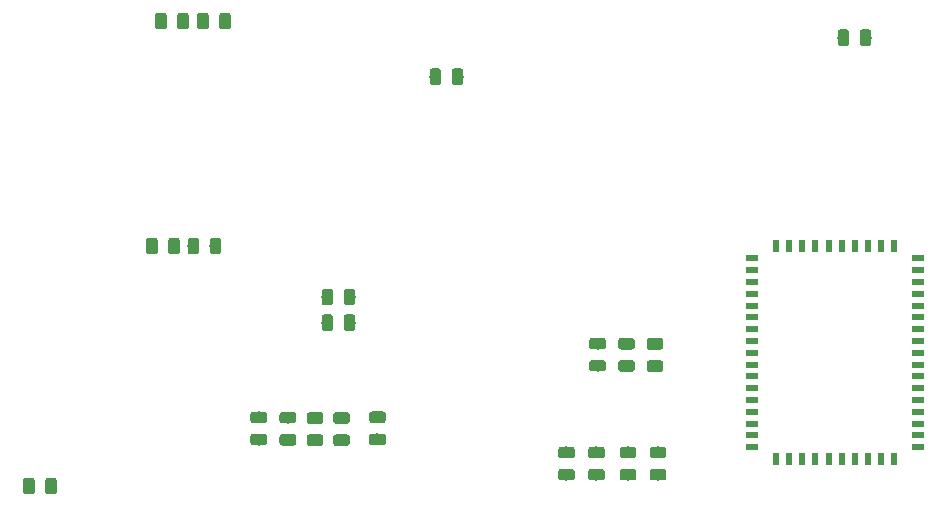
<source format=gbr>
G04 #@! TF.GenerationSoftware,KiCad,Pcbnew,5.0.2+dfsg1-1*
G04 #@! TF.CreationDate,2021-02-28T17:02:00+08:00*
G04 #@! TF.ProjectId,digital-amplifier2,64696769-7461-46c2-9d61-6d706c696669,rev?*
G04 #@! TF.SameCoordinates,Original*
G04 #@! TF.FileFunction,Paste,Bot*
G04 #@! TF.FilePolarity,Positive*
%FSLAX46Y46*%
G04 Gerber Fmt 4.6, Leading zero omitted, Abs format (unit mm)*
G04 Created by KiCad (PCBNEW 5.0.2+dfsg1-1) date 2021年02月28日 星期日 17时02分00秒*
%MOMM*%
%LPD*%
G01*
G04 APERTURE LIST*
%ADD10C,0.100000*%
%ADD11C,0.975000*%
%ADD12R,1.000000X0.500000*%
%ADD13R,0.500000X1.000000*%
G04 APERTURE END LIST*
D10*
G04 #@! TO.C,C33*
G36*
X98263142Y-109156174D02*
X98286803Y-109159684D01*
X98310007Y-109165496D01*
X98332529Y-109173554D01*
X98354153Y-109183782D01*
X98374670Y-109196079D01*
X98393883Y-109210329D01*
X98411607Y-109226393D01*
X98427671Y-109244117D01*
X98441921Y-109263330D01*
X98454218Y-109283847D01*
X98464446Y-109305471D01*
X98472504Y-109327993D01*
X98478316Y-109351197D01*
X98481826Y-109374858D01*
X98483000Y-109398750D01*
X98483000Y-110311250D01*
X98481826Y-110335142D01*
X98478316Y-110358803D01*
X98472504Y-110382007D01*
X98464446Y-110404529D01*
X98454218Y-110426153D01*
X98441921Y-110446670D01*
X98427671Y-110465883D01*
X98411607Y-110483607D01*
X98393883Y-110499671D01*
X98374670Y-110513921D01*
X98354153Y-110526218D01*
X98332529Y-110536446D01*
X98310007Y-110544504D01*
X98286803Y-110550316D01*
X98263142Y-110553826D01*
X98239250Y-110555000D01*
X97751750Y-110555000D01*
X97727858Y-110553826D01*
X97704197Y-110550316D01*
X97680993Y-110544504D01*
X97658471Y-110536446D01*
X97636847Y-110526218D01*
X97616330Y-110513921D01*
X97597117Y-110499671D01*
X97579393Y-110483607D01*
X97563329Y-110465883D01*
X97549079Y-110446670D01*
X97536782Y-110426153D01*
X97526554Y-110404529D01*
X97518496Y-110382007D01*
X97512684Y-110358803D01*
X97509174Y-110335142D01*
X97508000Y-110311250D01*
X97508000Y-109398750D01*
X97509174Y-109374858D01*
X97512684Y-109351197D01*
X97518496Y-109327993D01*
X97526554Y-109305471D01*
X97536782Y-109283847D01*
X97549079Y-109263330D01*
X97563329Y-109244117D01*
X97579393Y-109226393D01*
X97597117Y-109210329D01*
X97616330Y-109196079D01*
X97636847Y-109183782D01*
X97658471Y-109173554D01*
X97680993Y-109165496D01*
X97704197Y-109159684D01*
X97727858Y-109156174D01*
X97751750Y-109155000D01*
X98239250Y-109155000D01*
X98263142Y-109156174D01*
X98263142Y-109156174D01*
G37*
D11*
X97995500Y-109855000D03*
D10*
G36*
X100138142Y-109156174D02*
X100161803Y-109159684D01*
X100185007Y-109165496D01*
X100207529Y-109173554D01*
X100229153Y-109183782D01*
X100249670Y-109196079D01*
X100268883Y-109210329D01*
X100286607Y-109226393D01*
X100302671Y-109244117D01*
X100316921Y-109263330D01*
X100329218Y-109283847D01*
X100339446Y-109305471D01*
X100347504Y-109327993D01*
X100353316Y-109351197D01*
X100356826Y-109374858D01*
X100358000Y-109398750D01*
X100358000Y-110311250D01*
X100356826Y-110335142D01*
X100353316Y-110358803D01*
X100347504Y-110382007D01*
X100339446Y-110404529D01*
X100329218Y-110426153D01*
X100316921Y-110446670D01*
X100302671Y-110465883D01*
X100286607Y-110483607D01*
X100268883Y-110499671D01*
X100249670Y-110513921D01*
X100229153Y-110526218D01*
X100207529Y-110536446D01*
X100185007Y-110544504D01*
X100161803Y-110550316D01*
X100138142Y-110553826D01*
X100114250Y-110555000D01*
X99626750Y-110555000D01*
X99602858Y-110553826D01*
X99579197Y-110550316D01*
X99555993Y-110544504D01*
X99533471Y-110536446D01*
X99511847Y-110526218D01*
X99491330Y-110513921D01*
X99472117Y-110499671D01*
X99454393Y-110483607D01*
X99438329Y-110465883D01*
X99424079Y-110446670D01*
X99411782Y-110426153D01*
X99401554Y-110404529D01*
X99393496Y-110382007D01*
X99387684Y-110358803D01*
X99384174Y-110335142D01*
X99383000Y-110311250D01*
X99383000Y-109398750D01*
X99384174Y-109374858D01*
X99387684Y-109351197D01*
X99393496Y-109327993D01*
X99401554Y-109305471D01*
X99411782Y-109283847D01*
X99424079Y-109263330D01*
X99438329Y-109244117D01*
X99454393Y-109226393D01*
X99472117Y-109210329D01*
X99491330Y-109196079D01*
X99511847Y-109183782D01*
X99533471Y-109173554D01*
X99555993Y-109165496D01*
X99579197Y-109159684D01*
X99602858Y-109156174D01*
X99626750Y-109155000D01*
X100114250Y-109155000D01*
X100138142Y-109156174D01*
X100138142Y-109156174D01*
G37*
D11*
X99870500Y-109855000D03*
G04 #@! TD*
D10*
G04 #@! TO.C,R27*
G36*
X117320142Y-143072174D02*
X117343803Y-143075684D01*
X117367007Y-143081496D01*
X117389529Y-143089554D01*
X117411153Y-143099782D01*
X117431670Y-143112079D01*
X117450883Y-143126329D01*
X117468607Y-143142393D01*
X117484671Y-143160117D01*
X117498921Y-143179330D01*
X117511218Y-143199847D01*
X117521446Y-143221471D01*
X117529504Y-143243993D01*
X117535316Y-143267197D01*
X117538826Y-143290858D01*
X117540000Y-143314750D01*
X117540000Y-143802250D01*
X117538826Y-143826142D01*
X117535316Y-143849803D01*
X117529504Y-143873007D01*
X117521446Y-143895529D01*
X117511218Y-143917153D01*
X117498921Y-143937670D01*
X117484671Y-143956883D01*
X117468607Y-143974607D01*
X117450883Y-143990671D01*
X117431670Y-144004921D01*
X117411153Y-144017218D01*
X117389529Y-144027446D01*
X117367007Y-144035504D01*
X117343803Y-144041316D01*
X117320142Y-144044826D01*
X117296250Y-144046000D01*
X116383750Y-144046000D01*
X116359858Y-144044826D01*
X116336197Y-144041316D01*
X116312993Y-144035504D01*
X116290471Y-144027446D01*
X116268847Y-144017218D01*
X116248330Y-144004921D01*
X116229117Y-143990671D01*
X116211393Y-143974607D01*
X116195329Y-143956883D01*
X116181079Y-143937670D01*
X116168782Y-143917153D01*
X116158554Y-143895529D01*
X116150496Y-143873007D01*
X116144684Y-143849803D01*
X116141174Y-143826142D01*
X116140000Y-143802250D01*
X116140000Y-143314750D01*
X116141174Y-143290858D01*
X116144684Y-143267197D01*
X116150496Y-143243993D01*
X116158554Y-143221471D01*
X116168782Y-143199847D01*
X116181079Y-143179330D01*
X116195329Y-143160117D01*
X116211393Y-143142393D01*
X116229117Y-143126329D01*
X116248330Y-143112079D01*
X116268847Y-143099782D01*
X116290471Y-143089554D01*
X116312993Y-143081496D01*
X116336197Y-143075684D01*
X116359858Y-143072174D01*
X116383750Y-143071000D01*
X117296250Y-143071000D01*
X117320142Y-143072174D01*
X117320142Y-143072174D01*
G37*
D11*
X116840000Y-143558500D03*
D10*
G36*
X117320142Y-141197174D02*
X117343803Y-141200684D01*
X117367007Y-141206496D01*
X117389529Y-141214554D01*
X117411153Y-141224782D01*
X117431670Y-141237079D01*
X117450883Y-141251329D01*
X117468607Y-141267393D01*
X117484671Y-141285117D01*
X117498921Y-141304330D01*
X117511218Y-141324847D01*
X117521446Y-141346471D01*
X117529504Y-141368993D01*
X117535316Y-141392197D01*
X117538826Y-141415858D01*
X117540000Y-141439750D01*
X117540000Y-141927250D01*
X117538826Y-141951142D01*
X117535316Y-141974803D01*
X117529504Y-141998007D01*
X117521446Y-142020529D01*
X117511218Y-142042153D01*
X117498921Y-142062670D01*
X117484671Y-142081883D01*
X117468607Y-142099607D01*
X117450883Y-142115671D01*
X117431670Y-142129921D01*
X117411153Y-142142218D01*
X117389529Y-142152446D01*
X117367007Y-142160504D01*
X117343803Y-142166316D01*
X117320142Y-142169826D01*
X117296250Y-142171000D01*
X116383750Y-142171000D01*
X116359858Y-142169826D01*
X116336197Y-142166316D01*
X116312993Y-142160504D01*
X116290471Y-142152446D01*
X116268847Y-142142218D01*
X116248330Y-142129921D01*
X116229117Y-142115671D01*
X116211393Y-142099607D01*
X116195329Y-142081883D01*
X116181079Y-142062670D01*
X116168782Y-142042153D01*
X116158554Y-142020529D01*
X116150496Y-141998007D01*
X116144684Y-141974803D01*
X116141174Y-141951142D01*
X116140000Y-141927250D01*
X116140000Y-141439750D01*
X116141174Y-141415858D01*
X116144684Y-141392197D01*
X116150496Y-141368993D01*
X116158554Y-141346471D01*
X116168782Y-141324847D01*
X116181079Y-141304330D01*
X116195329Y-141285117D01*
X116211393Y-141267393D01*
X116229117Y-141251329D01*
X116248330Y-141237079D01*
X116268847Y-141224782D01*
X116290471Y-141214554D01*
X116312993Y-141206496D01*
X116336197Y-141200684D01*
X116359858Y-141197174D01*
X116383750Y-141196000D01*
X117296250Y-141196000D01*
X117320142Y-141197174D01*
X117320142Y-141197174D01*
G37*
D11*
X116840000Y-141683500D03*
G04 #@! TD*
D10*
G04 #@! TO.C,R26*
G36*
X114780142Y-143072174D02*
X114803803Y-143075684D01*
X114827007Y-143081496D01*
X114849529Y-143089554D01*
X114871153Y-143099782D01*
X114891670Y-143112079D01*
X114910883Y-143126329D01*
X114928607Y-143142393D01*
X114944671Y-143160117D01*
X114958921Y-143179330D01*
X114971218Y-143199847D01*
X114981446Y-143221471D01*
X114989504Y-143243993D01*
X114995316Y-143267197D01*
X114998826Y-143290858D01*
X115000000Y-143314750D01*
X115000000Y-143802250D01*
X114998826Y-143826142D01*
X114995316Y-143849803D01*
X114989504Y-143873007D01*
X114981446Y-143895529D01*
X114971218Y-143917153D01*
X114958921Y-143937670D01*
X114944671Y-143956883D01*
X114928607Y-143974607D01*
X114910883Y-143990671D01*
X114891670Y-144004921D01*
X114871153Y-144017218D01*
X114849529Y-144027446D01*
X114827007Y-144035504D01*
X114803803Y-144041316D01*
X114780142Y-144044826D01*
X114756250Y-144046000D01*
X113843750Y-144046000D01*
X113819858Y-144044826D01*
X113796197Y-144041316D01*
X113772993Y-144035504D01*
X113750471Y-144027446D01*
X113728847Y-144017218D01*
X113708330Y-144004921D01*
X113689117Y-143990671D01*
X113671393Y-143974607D01*
X113655329Y-143956883D01*
X113641079Y-143937670D01*
X113628782Y-143917153D01*
X113618554Y-143895529D01*
X113610496Y-143873007D01*
X113604684Y-143849803D01*
X113601174Y-143826142D01*
X113600000Y-143802250D01*
X113600000Y-143314750D01*
X113601174Y-143290858D01*
X113604684Y-143267197D01*
X113610496Y-143243993D01*
X113618554Y-143221471D01*
X113628782Y-143199847D01*
X113641079Y-143179330D01*
X113655329Y-143160117D01*
X113671393Y-143142393D01*
X113689117Y-143126329D01*
X113708330Y-143112079D01*
X113728847Y-143099782D01*
X113750471Y-143089554D01*
X113772993Y-143081496D01*
X113796197Y-143075684D01*
X113819858Y-143072174D01*
X113843750Y-143071000D01*
X114756250Y-143071000D01*
X114780142Y-143072174D01*
X114780142Y-143072174D01*
G37*
D11*
X114300000Y-143558500D03*
D10*
G36*
X114780142Y-141197174D02*
X114803803Y-141200684D01*
X114827007Y-141206496D01*
X114849529Y-141214554D01*
X114871153Y-141224782D01*
X114891670Y-141237079D01*
X114910883Y-141251329D01*
X114928607Y-141267393D01*
X114944671Y-141285117D01*
X114958921Y-141304330D01*
X114971218Y-141324847D01*
X114981446Y-141346471D01*
X114989504Y-141368993D01*
X114995316Y-141392197D01*
X114998826Y-141415858D01*
X115000000Y-141439750D01*
X115000000Y-141927250D01*
X114998826Y-141951142D01*
X114995316Y-141974803D01*
X114989504Y-141998007D01*
X114981446Y-142020529D01*
X114971218Y-142042153D01*
X114958921Y-142062670D01*
X114944671Y-142081883D01*
X114928607Y-142099607D01*
X114910883Y-142115671D01*
X114891670Y-142129921D01*
X114871153Y-142142218D01*
X114849529Y-142152446D01*
X114827007Y-142160504D01*
X114803803Y-142166316D01*
X114780142Y-142169826D01*
X114756250Y-142171000D01*
X113843750Y-142171000D01*
X113819858Y-142169826D01*
X113796197Y-142166316D01*
X113772993Y-142160504D01*
X113750471Y-142152446D01*
X113728847Y-142142218D01*
X113708330Y-142129921D01*
X113689117Y-142115671D01*
X113671393Y-142099607D01*
X113655329Y-142081883D01*
X113641079Y-142062670D01*
X113628782Y-142042153D01*
X113618554Y-142020529D01*
X113610496Y-141998007D01*
X113604684Y-141974803D01*
X113601174Y-141951142D01*
X113600000Y-141927250D01*
X113600000Y-141439750D01*
X113601174Y-141415858D01*
X113604684Y-141392197D01*
X113610496Y-141368993D01*
X113618554Y-141346471D01*
X113628782Y-141324847D01*
X113641079Y-141304330D01*
X113655329Y-141285117D01*
X113671393Y-141267393D01*
X113689117Y-141251329D01*
X113708330Y-141237079D01*
X113728847Y-141224782D01*
X113750471Y-141214554D01*
X113772993Y-141206496D01*
X113796197Y-141200684D01*
X113819858Y-141197174D01*
X113843750Y-141196000D01*
X114756250Y-141196000D01*
X114780142Y-141197174D01*
X114780142Y-141197174D01*
G37*
D11*
X114300000Y-141683500D03*
G04 #@! TD*
D10*
G04 #@! TO.C,R44*
G36*
X65721142Y-143827174D02*
X65744803Y-143830684D01*
X65768007Y-143836496D01*
X65790529Y-143844554D01*
X65812153Y-143854782D01*
X65832670Y-143867079D01*
X65851883Y-143881329D01*
X65869607Y-143897393D01*
X65885671Y-143915117D01*
X65899921Y-143934330D01*
X65912218Y-143954847D01*
X65922446Y-143976471D01*
X65930504Y-143998993D01*
X65936316Y-144022197D01*
X65939826Y-144045858D01*
X65941000Y-144069750D01*
X65941000Y-144982250D01*
X65939826Y-145006142D01*
X65936316Y-145029803D01*
X65930504Y-145053007D01*
X65922446Y-145075529D01*
X65912218Y-145097153D01*
X65899921Y-145117670D01*
X65885671Y-145136883D01*
X65869607Y-145154607D01*
X65851883Y-145170671D01*
X65832670Y-145184921D01*
X65812153Y-145197218D01*
X65790529Y-145207446D01*
X65768007Y-145215504D01*
X65744803Y-145221316D01*
X65721142Y-145224826D01*
X65697250Y-145226000D01*
X65209750Y-145226000D01*
X65185858Y-145224826D01*
X65162197Y-145221316D01*
X65138993Y-145215504D01*
X65116471Y-145207446D01*
X65094847Y-145197218D01*
X65074330Y-145184921D01*
X65055117Y-145170671D01*
X65037393Y-145154607D01*
X65021329Y-145136883D01*
X65007079Y-145117670D01*
X64994782Y-145097153D01*
X64984554Y-145075529D01*
X64976496Y-145053007D01*
X64970684Y-145029803D01*
X64967174Y-145006142D01*
X64966000Y-144982250D01*
X64966000Y-144069750D01*
X64967174Y-144045858D01*
X64970684Y-144022197D01*
X64976496Y-143998993D01*
X64984554Y-143976471D01*
X64994782Y-143954847D01*
X65007079Y-143934330D01*
X65021329Y-143915117D01*
X65037393Y-143897393D01*
X65055117Y-143881329D01*
X65074330Y-143867079D01*
X65094847Y-143854782D01*
X65116471Y-143844554D01*
X65138993Y-143836496D01*
X65162197Y-143830684D01*
X65185858Y-143827174D01*
X65209750Y-143826000D01*
X65697250Y-143826000D01*
X65721142Y-143827174D01*
X65721142Y-143827174D01*
G37*
D11*
X65453500Y-144526000D03*
D10*
G36*
X63846142Y-143827174D02*
X63869803Y-143830684D01*
X63893007Y-143836496D01*
X63915529Y-143844554D01*
X63937153Y-143854782D01*
X63957670Y-143867079D01*
X63976883Y-143881329D01*
X63994607Y-143897393D01*
X64010671Y-143915117D01*
X64024921Y-143934330D01*
X64037218Y-143954847D01*
X64047446Y-143976471D01*
X64055504Y-143998993D01*
X64061316Y-144022197D01*
X64064826Y-144045858D01*
X64066000Y-144069750D01*
X64066000Y-144982250D01*
X64064826Y-145006142D01*
X64061316Y-145029803D01*
X64055504Y-145053007D01*
X64047446Y-145075529D01*
X64037218Y-145097153D01*
X64024921Y-145117670D01*
X64010671Y-145136883D01*
X63994607Y-145154607D01*
X63976883Y-145170671D01*
X63957670Y-145184921D01*
X63937153Y-145197218D01*
X63915529Y-145207446D01*
X63893007Y-145215504D01*
X63869803Y-145221316D01*
X63846142Y-145224826D01*
X63822250Y-145226000D01*
X63334750Y-145226000D01*
X63310858Y-145224826D01*
X63287197Y-145221316D01*
X63263993Y-145215504D01*
X63241471Y-145207446D01*
X63219847Y-145197218D01*
X63199330Y-145184921D01*
X63180117Y-145170671D01*
X63162393Y-145154607D01*
X63146329Y-145136883D01*
X63132079Y-145117670D01*
X63119782Y-145097153D01*
X63109554Y-145075529D01*
X63101496Y-145053007D01*
X63095684Y-145029803D01*
X63092174Y-145006142D01*
X63091000Y-144982250D01*
X63091000Y-144069750D01*
X63092174Y-144045858D01*
X63095684Y-144022197D01*
X63101496Y-143998993D01*
X63109554Y-143976471D01*
X63119782Y-143954847D01*
X63132079Y-143934330D01*
X63146329Y-143915117D01*
X63162393Y-143897393D01*
X63180117Y-143881329D01*
X63199330Y-143867079D01*
X63219847Y-143854782D01*
X63241471Y-143844554D01*
X63263993Y-143836496D01*
X63287197Y-143830684D01*
X63310858Y-143827174D01*
X63334750Y-143826000D01*
X63822250Y-143826000D01*
X63846142Y-143827174D01*
X63846142Y-143827174D01*
G37*
D11*
X63578500Y-144526000D03*
G04 #@! TD*
D10*
G04 #@! TO.C,R2*
G36*
X112113142Y-141197174D02*
X112136803Y-141200684D01*
X112160007Y-141206496D01*
X112182529Y-141214554D01*
X112204153Y-141224782D01*
X112224670Y-141237079D01*
X112243883Y-141251329D01*
X112261607Y-141267393D01*
X112277671Y-141285117D01*
X112291921Y-141304330D01*
X112304218Y-141324847D01*
X112314446Y-141346471D01*
X112322504Y-141368993D01*
X112328316Y-141392197D01*
X112331826Y-141415858D01*
X112333000Y-141439750D01*
X112333000Y-141927250D01*
X112331826Y-141951142D01*
X112328316Y-141974803D01*
X112322504Y-141998007D01*
X112314446Y-142020529D01*
X112304218Y-142042153D01*
X112291921Y-142062670D01*
X112277671Y-142081883D01*
X112261607Y-142099607D01*
X112243883Y-142115671D01*
X112224670Y-142129921D01*
X112204153Y-142142218D01*
X112182529Y-142152446D01*
X112160007Y-142160504D01*
X112136803Y-142166316D01*
X112113142Y-142169826D01*
X112089250Y-142171000D01*
X111176750Y-142171000D01*
X111152858Y-142169826D01*
X111129197Y-142166316D01*
X111105993Y-142160504D01*
X111083471Y-142152446D01*
X111061847Y-142142218D01*
X111041330Y-142129921D01*
X111022117Y-142115671D01*
X111004393Y-142099607D01*
X110988329Y-142081883D01*
X110974079Y-142062670D01*
X110961782Y-142042153D01*
X110951554Y-142020529D01*
X110943496Y-141998007D01*
X110937684Y-141974803D01*
X110934174Y-141951142D01*
X110933000Y-141927250D01*
X110933000Y-141439750D01*
X110934174Y-141415858D01*
X110937684Y-141392197D01*
X110943496Y-141368993D01*
X110951554Y-141346471D01*
X110961782Y-141324847D01*
X110974079Y-141304330D01*
X110988329Y-141285117D01*
X111004393Y-141267393D01*
X111022117Y-141251329D01*
X111041330Y-141237079D01*
X111061847Y-141224782D01*
X111083471Y-141214554D01*
X111105993Y-141206496D01*
X111129197Y-141200684D01*
X111152858Y-141197174D01*
X111176750Y-141196000D01*
X112089250Y-141196000D01*
X112113142Y-141197174D01*
X112113142Y-141197174D01*
G37*
D11*
X111633000Y-141683500D03*
D10*
G36*
X112113142Y-143072174D02*
X112136803Y-143075684D01*
X112160007Y-143081496D01*
X112182529Y-143089554D01*
X112204153Y-143099782D01*
X112224670Y-143112079D01*
X112243883Y-143126329D01*
X112261607Y-143142393D01*
X112277671Y-143160117D01*
X112291921Y-143179330D01*
X112304218Y-143199847D01*
X112314446Y-143221471D01*
X112322504Y-143243993D01*
X112328316Y-143267197D01*
X112331826Y-143290858D01*
X112333000Y-143314750D01*
X112333000Y-143802250D01*
X112331826Y-143826142D01*
X112328316Y-143849803D01*
X112322504Y-143873007D01*
X112314446Y-143895529D01*
X112304218Y-143917153D01*
X112291921Y-143937670D01*
X112277671Y-143956883D01*
X112261607Y-143974607D01*
X112243883Y-143990671D01*
X112224670Y-144004921D01*
X112204153Y-144017218D01*
X112182529Y-144027446D01*
X112160007Y-144035504D01*
X112136803Y-144041316D01*
X112113142Y-144044826D01*
X112089250Y-144046000D01*
X111176750Y-144046000D01*
X111152858Y-144044826D01*
X111129197Y-144041316D01*
X111105993Y-144035504D01*
X111083471Y-144027446D01*
X111061847Y-144017218D01*
X111041330Y-144004921D01*
X111022117Y-143990671D01*
X111004393Y-143974607D01*
X110988329Y-143956883D01*
X110974079Y-143937670D01*
X110961782Y-143917153D01*
X110951554Y-143895529D01*
X110943496Y-143873007D01*
X110937684Y-143849803D01*
X110934174Y-143826142D01*
X110933000Y-143802250D01*
X110933000Y-143314750D01*
X110934174Y-143290858D01*
X110937684Y-143267197D01*
X110943496Y-143243993D01*
X110951554Y-143221471D01*
X110961782Y-143199847D01*
X110974079Y-143179330D01*
X110988329Y-143160117D01*
X111004393Y-143142393D01*
X111022117Y-143126329D01*
X111041330Y-143112079D01*
X111061847Y-143099782D01*
X111083471Y-143089554D01*
X111105993Y-143081496D01*
X111129197Y-143075684D01*
X111152858Y-143072174D01*
X111176750Y-143071000D01*
X112089250Y-143071000D01*
X112113142Y-143072174D01*
X112113142Y-143072174D01*
G37*
D11*
X111633000Y-143558500D03*
G04 #@! TD*
D10*
G04 #@! TO.C,C39*
G36*
X74260142Y-123507174D02*
X74283803Y-123510684D01*
X74307007Y-123516496D01*
X74329529Y-123524554D01*
X74351153Y-123534782D01*
X74371670Y-123547079D01*
X74390883Y-123561329D01*
X74408607Y-123577393D01*
X74424671Y-123595117D01*
X74438921Y-123614330D01*
X74451218Y-123634847D01*
X74461446Y-123656471D01*
X74469504Y-123678993D01*
X74475316Y-123702197D01*
X74478826Y-123725858D01*
X74480000Y-123749750D01*
X74480000Y-124662250D01*
X74478826Y-124686142D01*
X74475316Y-124709803D01*
X74469504Y-124733007D01*
X74461446Y-124755529D01*
X74451218Y-124777153D01*
X74438921Y-124797670D01*
X74424671Y-124816883D01*
X74408607Y-124834607D01*
X74390883Y-124850671D01*
X74371670Y-124864921D01*
X74351153Y-124877218D01*
X74329529Y-124887446D01*
X74307007Y-124895504D01*
X74283803Y-124901316D01*
X74260142Y-124904826D01*
X74236250Y-124906000D01*
X73748750Y-124906000D01*
X73724858Y-124904826D01*
X73701197Y-124901316D01*
X73677993Y-124895504D01*
X73655471Y-124887446D01*
X73633847Y-124877218D01*
X73613330Y-124864921D01*
X73594117Y-124850671D01*
X73576393Y-124834607D01*
X73560329Y-124816883D01*
X73546079Y-124797670D01*
X73533782Y-124777153D01*
X73523554Y-124755529D01*
X73515496Y-124733007D01*
X73509684Y-124709803D01*
X73506174Y-124686142D01*
X73505000Y-124662250D01*
X73505000Y-123749750D01*
X73506174Y-123725858D01*
X73509684Y-123702197D01*
X73515496Y-123678993D01*
X73523554Y-123656471D01*
X73533782Y-123634847D01*
X73546079Y-123614330D01*
X73560329Y-123595117D01*
X73576393Y-123577393D01*
X73594117Y-123561329D01*
X73613330Y-123547079D01*
X73633847Y-123534782D01*
X73655471Y-123524554D01*
X73677993Y-123516496D01*
X73701197Y-123510684D01*
X73724858Y-123507174D01*
X73748750Y-123506000D01*
X74236250Y-123506000D01*
X74260142Y-123507174D01*
X74260142Y-123507174D01*
G37*
D11*
X73992500Y-124206000D03*
D10*
G36*
X76135142Y-123507174D02*
X76158803Y-123510684D01*
X76182007Y-123516496D01*
X76204529Y-123524554D01*
X76226153Y-123534782D01*
X76246670Y-123547079D01*
X76265883Y-123561329D01*
X76283607Y-123577393D01*
X76299671Y-123595117D01*
X76313921Y-123614330D01*
X76326218Y-123634847D01*
X76336446Y-123656471D01*
X76344504Y-123678993D01*
X76350316Y-123702197D01*
X76353826Y-123725858D01*
X76355000Y-123749750D01*
X76355000Y-124662250D01*
X76353826Y-124686142D01*
X76350316Y-124709803D01*
X76344504Y-124733007D01*
X76336446Y-124755529D01*
X76326218Y-124777153D01*
X76313921Y-124797670D01*
X76299671Y-124816883D01*
X76283607Y-124834607D01*
X76265883Y-124850671D01*
X76246670Y-124864921D01*
X76226153Y-124877218D01*
X76204529Y-124887446D01*
X76182007Y-124895504D01*
X76158803Y-124901316D01*
X76135142Y-124904826D01*
X76111250Y-124906000D01*
X75623750Y-124906000D01*
X75599858Y-124904826D01*
X75576197Y-124901316D01*
X75552993Y-124895504D01*
X75530471Y-124887446D01*
X75508847Y-124877218D01*
X75488330Y-124864921D01*
X75469117Y-124850671D01*
X75451393Y-124834607D01*
X75435329Y-124816883D01*
X75421079Y-124797670D01*
X75408782Y-124777153D01*
X75398554Y-124755529D01*
X75390496Y-124733007D01*
X75384684Y-124709803D01*
X75381174Y-124686142D01*
X75380000Y-124662250D01*
X75380000Y-123749750D01*
X75381174Y-123725858D01*
X75384684Y-123702197D01*
X75390496Y-123678993D01*
X75398554Y-123656471D01*
X75408782Y-123634847D01*
X75421079Y-123614330D01*
X75435329Y-123595117D01*
X75451393Y-123577393D01*
X75469117Y-123561329D01*
X75488330Y-123547079D01*
X75508847Y-123534782D01*
X75530471Y-123524554D01*
X75552993Y-123516496D01*
X75576197Y-123510684D01*
X75599858Y-123507174D01*
X75623750Y-123506000D01*
X76111250Y-123506000D01*
X76135142Y-123507174D01*
X76135142Y-123507174D01*
G37*
D11*
X75867500Y-124206000D03*
G04 #@! TD*
D10*
G04 #@! TO.C,C38*
G36*
X75022142Y-104457174D02*
X75045803Y-104460684D01*
X75069007Y-104466496D01*
X75091529Y-104474554D01*
X75113153Y-104484782D01*
X75133670Y-104497079D01*
X75152883Y-104511329D01*
X75170607Y-104527393D01*
X75186671Y-104545117D01*
X75200921Y-104564330D01*
X75213218Y-104584847D01*
X75223446Y-104606471D01*
X75231504Y-104628993D01*
X75237316Y-104652197D01*
X75240826Y-104675858D01*
X75242000Y-104699750D01*
X75242000Y-105612250D01*
X75240826Y-105636142D01*
X75237316Y-105659803D01*
X75231504Y-105683007D01*
X75223446Y-105705529D01*
X75213218Y-105727153D01*
X75200921Y-105747670D01*
X75186671Y-105766883D01*
X75170607Y-105784607D01*
X75152883Y-105800671D01*
X75133670Y-105814921D01*
X75113153Y-105827218D01*
X75091529Y-105837446D01*
X75069007Y-105845504D01*
X75045803Y-105851316D01*
X75022142Y-105854826D01*
X74998250Y-105856000D01*
X74510750Y-105856000D01*
X74486858Y-105854826D01*
X74463197Y-105851316D01*
X74439993Y-105845504D01*
X74417471Y-105837446D01*
X74395847Y-105827218D01*
X74375330Y-105814921D01*
X74356117Y-105800671D01*
X74338393Y-105784607D01*
X74322329Y-105766883D01*
X74308079Y-105747670D01*
X74295782Y-105727153D01*
X74285554Y-105705529D01*
X74277496Y-105683007D01*
X74271684Y-105659803D01*
X74268174Y-105636142D01*
X74267000Y-105612250D01*
X74267000Y-104699750D01*
X74268174Y-104675858D01*
X74271684Y-104652197D01*
X74277496Y-104628993D01*
X74285554Y-104606471D01*
X74295782Y-104584847D01*
X74308079Y-104564330D01*
X74322329Y-104545117D01*
X74338393Y-104527393D01*
X74356117Y-104511329D01*
X74375330Y-104497079D01*
X74395847Y-104484782D01*
X74417471Y-104474554D01*
X74439993Y-104466496D01*
X74463197Y-104460684D01*
X74486858Y-104457174D01*
X74510750Y-104456000D01*
X74998250Y-104456000D01*
X75022142Y-104457174D01*
X75022142Y-104457174D01*
G37*
D11*
X74754500Y-105156000D03*
D10*
G36*
X76897142Y-104457174D02*
X76920803Y-104460684D01*
X76944007Y-104466496D01*
X76966529Y-104474554D01*
X76988153Y-104484782D01*
X77008670Y-104497079D01*
X77027883Y-104511329D01*
X77045607Y-104527393D01*
X77061671Y-104545117D01*
X77075921Y-104564330D01*
X77088218Y-104584847D01*
X77098446Y-104606471D01*
X77106504Y-104628993D01*
X77112316Y-104652197D01*
X77115826Y-104675858D01*
X77117000Y-104699750D01*
X77117000Y-105612250D01*
X77115826Y-105636142D01*
X77112316Y-105659803D01*
X77106504Y-105683007D01*
X77098446Y-105705529D01*
X77088218Y-105727153D01*
X77075921Y-105747670D01*
X77061671Y-105766883D01*
X77045607Y-105784607D01*
X77027883Y-105800671D01*
X77008670Y-105814921D01*
X76988153Y-105827218D01*
X76966529Y-105837446D01*
X76944007Y-105845504D01*
X76920803Y-105851316D01*
X76897142Y-105854826D01*
X76873250Y-105856000D01*
X76385750Y-105856000D01*
X76361858Y-105854826D01*
X76338197Y-105851316D01*
X76314993Y-105845504D01*
X76292471Y-105837446D01*
X76270847Y-105827218D01*
X76250330Y-105814921D01*
X76231117Y-105800671D01*
X76213393Y-105784607D01*
X76197329Y-105766883D01*
X76183079Y-105747670D01*
X76170782Y-105727153D01*
X76160554Y-105705529D01*
X76152496Y-105683007D01*
X76146684Y-105659803D01*
X76143174Y-105636142D01*
X76142000Y-105612250D01*
X76142000Y-104699750D01*
X76143174Y-104675858D01*
X76146684Y-104652197D01*
X76152496Y-104628993D01*
X76160554Y-104606471D01*
X76170782Y-104584847D01*
X76183079Y-104564330D01*
X76197329Y-104545117D01*
X76213393Y-104527393D01*
X76231117Y-104511329D01*
X76250330Y-104497079D01*
X76270847Y-104484782D01*
X76292471Y-104474554D01*
X76314993Y-104466496D01*
X76338197Y-104460684D01*
X76361858Y-104457174D01*
X76385750Y-104456000D01*
X76873250Y-104456000D01*
X76897142Y-104457174D01*
X76897142Y-104457174D01*
G37*
D11*
X76629500Y-105156000D03*
G04 #@! TD*
D10*
G04 #@! TO.C,C47*
G36*
X79642642Y-123507174D02*
X79666303Y-123510684D01*
X79689507Y-123516496D01*
X79712029Y-123524554D01*
X79733653Y-123534782D01*
X79754170Y-123547079D01*
X79773383Y-123561329D01*
X79791107Y-123577393D01*
X79807171Y-123595117D01*
X79821421Y-123614330D01*
X79833718Y-123634847D01*
X79843946Y-123656471D01*
X79852004Y-123678993D01*
X79857816Y-123702197D01*
X79861326Y-123725858D01*
X79862500Y-123749750D01*
X79862500Y-124662250D01*
X79861326Y-124686142D01*
X79857816Y-124709803D01*
X79852004Y-124733007D01*
X79843946Y-124755529D01*
X79833718Y-124777153D01*
X79821421Y-124797670D01*
X79807171Y-124816883D01*
X79791107Y-124834607D01*
X79773383Y-124850671D01*
X79754170Y-124864921D01*
X79733653Y-124877218D01*
X79712029Y-124887446D01*
X79689507Y-124895504D01*
X79666303Y-124901316D01*
X79642642Y-124904826D01*
X79618750Y-124906000D01*
X79131250Y-124906000D01*
X79107358Y-124904826D01*
X79083697Y-124901316D01*
X79060493Y-124895504D01*
X79037971Y-124887446D01*
X79016347Y-124877218D01*
X78995830Y-124864921D01*
X78976617Y-124850671D01*
X78958893Y-124834607D01*
X78942829Y-124816883D01*
X78928579Y-124797670D01*
X78916282Y-124777153D01*
X78906054Y-124755529D01*
X78897996Y-124733007D01*
X78892184Y-124709803D01*
X78888674Y-124686142D01*
X78887500Y-124662250D01*
X78887500Y-123749750D01*
X78888674Y-123725858D01*
X78892184Y-123702197D01*
X78897996Y-123678993D01*
X78906054Y-123656471D01*
X78916282Y-123634847D01*
X78928579Y-123614330D01*
X78942829Y-123595117D01*
X78958893Y-123577393D01*
X78976617Y-123561329D01*
X78995830Y-123547079D01*
X79016347Y-123534782D01*
X79037971Y-123524554D01*
X79060493Y-123516496D01*
X79083697Y-123510684D01*
X79107358Y-123507174D01*
X79131250Y-123506000D01*
X79618750Y-123506000D01*
X79642642Y-123507174D01*
X79642642Y-123507174D01*
G37*
D11*
X79375000Y-124206000D03*
D10*
G36*
X77767642Y-123507174D02*
X77791303Y-123510684D01*
X77814507Y-123516496D01*
X77837029Y-123524554D01*
X77858653Y-123534782D01*
X77879170Y-123547079D01*
X77898383Y-123561329D01*
X77916107Y-123577393D01*
X77932171Y-123595117D01*
X77946421Y-123614330D01*
X77958718Y-123634847D01*
X77968946Y-123656471D01*
X77977004Y-123678993D01*
X77982816Y-123702197D01*
X77986326Y-123725858D01*
X77987500Y-123749750D01*
X77987500Y-124662250D01*
X77986326Y-124686142D01*
X77982816Y-124709803D01*
X77977004Y-124733007D01*
X77968946Y-124755529D01*
X77958718Y-124777153D01*
X77946421Y-124797670D01*
X77932171Y-124816883D01*
X77916107Y-124834607D01*
X77898383Y-124850671D01*
X77879170Y-124864921D01*
X77858653Y-124877218D01*
X77837029Y-124887446D01*
X77814507Y-124895504D01*
X77791303Y-124901316D01*
X77767642Y-124904826D01*
X77743750Y-124906000D01*
X77256250Y-124906000D01*
X77232358Y-124904826D01*
X77208697Y-124901316D01*
X77185493Y-124895504D01*
X77162971Y-124887446D01*
X77141347Y-124877218D01*
X77120830Y-124864921D01*
X77101617Y-124850671D01*
X77083893Y-124834607D01*
X77067829Y-124816883D01*
X77053579Y-124797670D01*
X77041282Y-124777153D01*
X77031054Y-124755529D01*
X77022996Y-124733007D01*
X77017184Y-124709803D01*
X77013674Y-124686142D01*
X77012500Y-124662250D01*
X77012500Y-123749750D01*
X77013674Y-123725858D01*
X77017184Y-123702197D01*
X77022996Y-123678993D01*
X77031054Y-123656471D01*
X77041282Y-123634847D01*
X77053579Y-123614330D01*
X77067829Y-123595117D01*
X77083893Y-123577393D01*
X77101617Y-123561329D01*
X77120830Y-123547079D01*
X77141347Y-123534782D01*
X77162971Y-123524554D01*
X77185493Y-123516496D01*
X77208697Y-123510684D01*
X77232358Y-123507174D01*
X77256250Y-123506000D01*
X77743750Y-123506000D01*
X77767642Y-123507174D01*
X77767642Y-123507174D01*
G37*
D11*
X77500000Y-124206000D03*
G04 #@! TD*
D10*
G04 #@! TO.C,C46*
G36*
X78578142Y-104457174D02*
X78601803Y-104460684D01*
X78625007Y-104466496D01*
X78647529Y-104474554D01*
X78669153Y-104484782D01*
X78689670Y-104497079D01*
X78708883Y-104511329D01*
X78726607Y-104527393D01*
X78742671Y-104545117D01*
X78756921Y-104564330D01*
X78769218Y-104584847D01*
X78779446Y-104606471D01*
X78787504Y-104628993D01*
X78793316Y-104652197D01*
X78796826Y-104675858D01*
X78798000Y-104699750D01*
X78798000Y-105612250D01*
X78796826Y-105636142D01*
X78793316Y-105659803D01*
X78787504Y-105683007D01*
X78779446Y-105705529D01*
X78769218Y-105727153D01*
X78756921Y-105747670D01*
X78742671Y-105766883D01*
X78726607Y-105784607D01*
X78708883Y-105800671D01*
X78689670Y-105814921D01*
X78669153Y-105827218D01*
X78647529Y-105837446D01*
X78625007Y-105845504D01*
X78601803Y-105851316D01*
X78578142Y-105854826D01*
X78554250Y-105856000D01*
X78066750Y-105856000D01*
X78042858Y-105854826D01*
X78019197Y-105851316D01*
X77995993Y-105845504D01*
X77973471Y-105837446D01*
X77951847Y-105827218D01*
X77931330Y-105814921D01*
X77912117Y-105800671D01*
X77894393Y-105784607D01*
X77878329Y-105766883D01*
X77864079Y-105747670D01*
X77851782Y-105727153D01*
X77841554Y-105705529D01*
X77833496Y-105683007D01*
X77827684Y-105659803D01*
X77824174Y-105636142D01*
X77823000Y-105612250D01*
X77823000Y-104699750D01*
X77824174Y-104675858D01*
X77827684Y-104652197D01*
X77833496Y-104628993D01*
X77841554Y-104606471D01*
X77851782Y-104584847D01*
X77864079Y-104564330D01*
X77878329Y-104545117D01*
X77894393Y-104527393D01*
X77912117Y-104511329D01*
X77931330Y-104497079D01*
X77951847Y-104484782D01*
X77973471Y-104474554D01*
X77995993Y-104466496D01*
X78019197Y-104460684D01*
X78042858Y-104457174D01*
X78066750Y-104456000D01*
X78554250Y-104456000D01*
X78578142Y-104457174D01*
X78578142Y-104457174D01*
G37*
D11*
X78310500Y-105156000D03*
D10*
G36*
X80453142Y-104457174D02*
X80476803Y-104460684D01*
X80500007Y-104466496D01*
X80522529Y-104474554D01*
X80544153Y-104484782D01*
X80564670Y-104497079D01*
X80583883Y-104511329D01*
X80601607Y-104527393D01*
X80617671Y-104545117D01*
X80631921Y-104564330D01*
X80644218Y-104584847D01*
X80654446Y-104606471D01*
X80662504Y-104628993D01*
X80668316Y-104652197D01*
X80671826Y-104675858D01*
X80673000Y-104699750D01*
X80673000Y-105612250D01*
X80671826Y-105636142D01*
X80668316Y-105659803D01*
X80662504Y-105683007D01*
X80654446Y-105705529D01*
X80644218Y-105727153D01*
X80631921Y-105747670D01*
X80617671Y-105766883D01*
X80601607Y-105784607D01*
X80583883Y-105800671D01*
X80564670Y-105814921D01*
X80544153Y-105827218D01*
X80522529Y-105837446D01*
X80500007Y-105845504D01*
X80476803Y-105851316D01*
X80453142Y-105854826D01*
X80429250Y-105856000D01*
X79941750Y-105856000D01*
X79917858Y-105854826D01*
X79894197Y-105851316D01*
X79870993Y-105845504D01*
X79848471Y-105837446D01*
X79826847Y-105827218D01*
X79806330Y-105814921D01*
X79787117Y-105800671D01*
X79769393Y-105784607D01*
X79753329Y-105766883D01*
X79739079Y-105747670D01*
X79726782Y-105727153D01*
X79716554Y-105705529D01*
X79708496Y-105683007D01*
X79702684Y-105659803D01*
X79699174Y-105636142D01*
X79698000Y-105612250D01*
X79698000Y-104699750D01*
X79699174Y-104675858D01*
X79702684Y-104652197D01*
X79708496Y-104628993D01*
X79716554Y-104606471D01*
X79726782Y-104584847D01*
X79739079Y-104564330D01*
X79753329Y-104545117D01*
X79769393Y-104527393D01*
X79787117Y-104511329D01*
X79806330Y-104497079D01*
X79826847Y-104484782D01*
X79848471Y-104474554D01*
X79870993Y-104466496D01*
X79894197Y-104460684D01*
X79917858Y-104457174D01*
X79941750Y-104456000D01*
X80429250Y-104456000D01*
X80453142Y-104457174D01*
X80453142Y-104457174D01*
G37*
D11*
X80185500Y-105156000D03*
G04 #@! TD*
D12*
G04 #@! TO.C,U13*
X124841000Y-141240000D03*
X124841000Y-140240000D03*
X124841000Y-139240000D03*
X124841000Y-138240000D03*
X124841000Y-137240000D03*
X124841000Y-136240000D03*
X124841000Y-135240000D03*
X124841000Y-134240000D03*
X124841000Y-133240000D03*
X124841000Y-132240000D03*
X124841000Y-131240000D03*
X124841000Y-130240000D03*
X124841000Y-129240000D03*
X124841000Y-128240000D03*
X124841000Y-127240000D03*
X124841000Y-126240000D03*
X124841000Y-125240000D03*
D13*
X126841000Y-124240000D03*
X127952111Y-124240000D03*
X129063222Y-124240000D03*
X130174333Y-124240000D03*
X131285444Y-124240000D03*
X132396555Y-124240000D03*
X133507666Y-124240000D03*
X134618777Y-124240000D03*
X135729888Y-124240000D03*
X136841000Y-124240000D03*
X136841000Y-142240000D03*
X129063222Y-142240000D03*
X132396555Y-142240000D03*
X130174333Y-142240000D03*
X135729888Y-142240000D03*
X131285444Y-142240000D03*
X127952111Y-142240000D03*
X133507666Y-142240000D03*
X134618777Y-142240000D03*
X126841000Y-142240000D03*
D12*
X138841000Y-130240000D03*
X138841000Y-126240000D03*
X138841000Y-138240000D03*
X138841000Y-137240000D03*
X138841000Y-140240000D03*
X138841000Y-135240000D03*
X138841000Y-131240000D03*
X138841000Y-128240000D03*
X138841000Y-139240000D03*
X138841000Y-127240000D03*
X138841000Y-136240000D03*
X138841000Y-134240000D03*
X138841000Y-141240000D03*
X138841000Y-133240000D03*
X138841000Y-132240000D03*
X138841000Y-125240000D03*
X138841000Y-129240000D03*
G04 #@! TD*
D10*
G04 #@! TO.C,C16*
G36*
X88287942Y-138276174D02*
X88311603Y-138279684D01*
X88334807Y-138285496D01*
X88357329Y-138293554D01*
X88378953Y-138303782D01*
X88399470Y-138316079D01*
X88418683Y-138330329D01*
X88436407Y-138346393D01*
X88452471Y-138364117D01*
X88466721Y-138383330D01*
X88479018Y-138403847D01*
X88489246Y-138425471D01*
X88497304Y-138447993D01*
X88503116Y-138471197D01*
X88506626Y-138494858D01*
X88507800Y-138518750D01*
X88507800Y-139006250D01*
X88506626Y-139030142D01*
X88503116Y-139053803D01*
X88497304Y-139077007D01*
X88489246Y-139099529D01*
X88479018Y-139121153D01*
X88466721Y-139141670D01*
X88452471Y-139160883D01*
X88436407Y-139178607D01*
X88418683Y-139194671D01*
X88399470Y-139208921D01*
X88378953Y-139221218D01*
X88357329Y-139231446D01*
X88334807Y-139239504D01*
X88311603Y-139245316D01*
X88287942Y-139248826D01*
X88264050Y-139250000D01*
X87351550Y-139250000D01*
X87327658Y-139248826D01*
X87303997Y-139245316D01*
X87280793Y-139239504D01*
X87258271Y-139231446D01*
X87236647Y-139221218D01*
X87216130Y-139208921D01*
X87196917Y-139194671D01*
X87179193Y-139178607D01*
X87163129Y-139160883D01*
X87148879Y-139141670D01*
X87136582Y-139121153D01*
X87126354Y-139099529D01*
X87118296Y-139077007D01*
X87112484Y-139053803D01*
X87108974Y-139030142D01*
X87107800Y-139006250D01*
X87107800Y-138518750D01*
X87108974Y-138494858D01*
X87112484Y-138471197D01*
X87118296Y-138447993D01*
X87126354Y-138425471D01*
X87136582Y-138403847D01*
X87148879Y-138383330D01*
X87163129Y-138364117D01*
X87179193Y-138346393D01*
X87196917Y-138330329D01*
X87216130Y-138316079D01*
X87236647Y-138303782D01*
X87258271Y-138293554D01*
X87280793Y-138285496D01*
X87303997Y-138279684D01*
X87327658Y-138276174D01*
X87351550Y-138275000D01*
X88264050Y-138275000D01*
X88287942Y-138276174D01*
X88287942Y-138276174D01*
G37*
D11*
X87807800Y-138762500D03*
D10*
G36*
X88287942Y-140151174D02*
X88311603Y-140154684D01*
X88334807Y-140160496D01*
X88357329Y-140168554D01*
X88378953Y-140178782D01*
X88399470Y-140191079D01*
X88418683Y-140205329D01*
X88436407Y-140221393D01*
X88452471Y-140239117D01*
X88466721Y-140258330D01*
X88479018Y-140278847D01*
X88489246Y-140300471D01*
X88497304Y-140322993D01*
X88503116Y-140346197D01*
X88506626Y-140369858D01*
X88507800Y-140393750D01*
X88507800Y-140881250D01*
X88506626Y-140905142D01*
X88503116Y-140928803D01*
X88497304Y-140952007D01*
X88489246Y-140974529D01*
X88479018Y-140996153D01*
X88466721Y-141016670D01*
X88452471Y-141035883D01*
X88436407Y-141053607D01*
X88418683Y-141069671D01*
X88399470Y-141083921D01*
X88378953Y-141096218D01*
X88357329Y-141106446D01*
X88334807Y-141114504D01*
X88311603Y-141120316D01*
X88287942Y-141123826D01*
X88264050Y-141125000D01*
X87351550Y-141125000D01*
X87327658Y-141123826D01*
X87303997Y-141120316D01*
X87280793Y-141114504D01*
X87258271Y-141106446D01*
X87236647Y-141096218D01*
X87216130Y-141083921D01*
X87196917Y-141069671D01*
X87179193Y-141053607D01*
X87163129Y-141035883D01*
X87148879Y-141016670D01*
X87136582Y-140996153D01*
X87126354Y-140974529D01*
X87118296Y-140952007D01*
X87112484Y-140928803D01*
X87108974Y-140905142D01*
X87107800Y-140881250D01*
X87107800Y-140393750D01*
X87108974Y-140369858D01*
X87112484Y-140346197D01*
X87118296Y-140322993D01*
X87126354Y-140300471D01*
X87136582Y-140278847D01*
X87148879Y-140258330D01*
X87163129Y-140239117D01*
X87179193Y-140221393D01*
X87196917Y-140205329D01*
X87216130Y-140191079D01*
X87236647Y-140178782D01*
X87258271Y-140168554D01*
X87280793Y-140160496D01*
X87303997Y-140154684D01*
X87327658Y-140151174D01*
X87351550Y-140150000D01*
X88264050Y-140150000D01*
X88287942Y-140151174D01*
X88287942Y-140151174D01*
G37*
D11*
X87807800Y-140637500D03*
G04 #@! TD*
D10*
G04 #@! TO.C,C3*
G36*
X112202042Y-131976974D02*
X112225703Y-131980484D01*
X112248907Y-131986296D01*
X112271429Y-131994354D01*
X112293053Y-132004582D01*
X112313570Y-132016879D01*
X112332783Y-132031129D01*
X112350507Y-132047193D01*
X112366571Y-132064917D01*
X112380821Y-132084130D01*
X112393118Y-132104647D01*
X112403346Y-132126271D01*
X112411404Y-132148793D01*
X112417216Y-132171997D01*
X112420726Y-132195658D01*
X112421900Y-132219550D01*
X112421900Y-132707050D01*
X112420726Y-132730942D01*
X112417216Y-132754603D01*
X112411404Y-132777807D01*
X112403346Y-132800329D01*
X112393118Y-132821953D01*
X112380821Y-132842470D01*
X112366571Y-132861683D01*
X112350507Y-132879407D01*
X112332783Y-132895471D01*
X112313570Y-132909721D01*
X112293053Y-132922018D01*
X112271429Y-132932246D01*
X112248907Y-132940304D01*
X112225703Y-132946116D01*
X112202042Y-132949626D01*
X112178150Y-132950800D01*
X111265650Y-132950800D01*
X111241758Y-132949626D01*
X111218097Y-132946116D01*
X111194893Y-132940304D01*
X111172371Y-132932246D01*
X111150747Y-132922018D01*
X111130230Y-132909721D01*
X111111017Y-132895471D01*
X111093293Y-132879407D01*
X111077229Y-132861683D01*
X111062979Y-132842470D01*
X111050682Y-132821953D01*
X111040454Y-132800329D01*
X111032396Y-132777807D01*
X111026584Y-132754603D01*
X111023074Y-132730942D01*
X111021900Y-132707050D01*
X111021900Y-132219550D01*
X111023074Y-132195658D01*
X111026584Y-132171997D01*
X111032396Y-132148793D01*
X111040454Y-132126271D01*
X111050682Y-132104647D01*
X111062979Y-132084130D01*
X111077229Y-132064917D01*
X111093293Y-132047193D01*
X111111017Y-132031129D01*
X111130230Y-132016879D01*
X111150747Y-132004582D01*
X111172371Y-131994354D01*
X111194893Y-131986296D01*
X111218097Y-131980484D01*
X111241758Y-131976974D01*
X111265650Y-131975800D01*
X112178150Y-131975800D01*
X112202042Y-131976974D01*
X112202042Y-131976974D01*
G37*
D11*
X111721900Y-132463300D03*
D10*
G36*
X112202042Y-133851974D02*
X112225703Y-133855484D01*
X112248907Y-133861296D01*
X112271429Y-133869354D01*
X112293053Y-133879582D01*
X112313570Y-133891879D01*
X112332783Y-133906129D01*
X112350507Y-133922193D01*
X112366571Y-133939917D01*
X112380821Y-133959130D01*
X112393118Y-133979647D01*
X112403346Y-134001271D01*
X112411404Y-134023793D01*
X112417216Y-134046997D01*
X112420726Y-134070658D01*
X112421900Y-134094550D01*
X112421900Y-134582050D01*
X112420726Y-134605942D01*
X112417216Y-134629603D01*
X112411404Y-134652807D01*
X112403346Y-134675329D01*
X112393118Y-134696953D01*
X112380821Y-134717470D01*
X112366571Y-134736683D01*
X112350507Y-134754407D01*
X112332783Y-134770471D01*
X112313570Y-134784721D01*
X112293053Y-134797018D01*
X112271429Y-134807246D01*
X112248907Y-134815304D01*
X112225703Y-134821116D01*
X112202042Y-134824626D01*
X112178150Y-134825800D01*
X111265650Y-134825800D01*
X111241758Y-134824626D01*
X111218097Y-134821116D01*
X111194893Y-134815304D01*
X111172371Y-134807246D01*
X111150747Y-134797018D01*
X111130230Y-134784721D01*
X111111017Y-134770471D01*
X111093293Y-134754407D01*
X111077229Y-134736683D01*
X111062979Y-134717470D01*
X111050682Y-134696953D01*
X111040454Y-134675329D01*
X111032396Y-134652807D01*
X111026584Y-134629603D01*
X111023074Y-134605942D01*
X111021900Y-134582050D01*
X111021900Y-134094550D01*
X111023074Y-134070658D01*
X111026584Y-134046997D01*
X111032396Y-134023793D01*
X111040454Y-134001271D01*
X111050682Y-133979647D01*
X111062979Y-133959130D01*
X111077229Y-133939917D01*
X111093293Y-133922193D01*
X111111017Y-133906129D01*
X111130230Y-133891879D01*
X111150747Y-133879582D01*
X111172371Y-133869354D01*
X111194893Y-133861296D01*
X111218097Y-133855484D01*
X111241758Y-133851974D01*
X111265650Y-133850800D01*
X112178150Y-133850800D01*
X112202042Y-133851974D01*
X112202042Y-133851974D01*
G37*
D11*
X111721900Y-134338300D03*
G04 #@! TD*
D10*
G04 #@! TO.C,C4*
G36*
X114653142Y-131989674D02*
X114676803Y-131993184D01*
X114700007Y-131998996D01*
X114722529Y-132007054D01*
X114744153Y-132017282D01*
X114764670Y-132029579D01*
X114783883Y-132043829D01*
X114801607Y-132059893D01*
X114817671Y-132077617D01*
X114831921Y-132096830D01*
X114844218Y-132117347D01*
X114854446Y-132138971D01*
X114862504Y-132161493D01*
X114868316Y-132184697D01*
X114871826Y-132208358D01*
X114873000Y-132232250D01*
X114873000Y-132719750D01*
X114871826Y-132743642D01*
X114868316Y-132767303D01*
X114862504Y-132790507D01*
X114854446Y-132813029D01*
X114844218Y-132834653D01*
X114831921Y-132855170D01*
X114817671Y-132874383D01*
X114801607Y-132892107D01*
X114783883Y-132908171D01*
X114764670Y-132922421D01*
X114744153Y-132934718D01*
X114722529Y-132944946D01*
X114700007Y-132953004D01*
X114676803Y-132958816D01*
X114653142Y-132962326D01*
X114629250Y-132963500D01*
X113716750Y-132963500D01*
X113692858Y-132962326D01*
X113669197Y-132958816D01*
X113645993Y-132953004D01*
X113623471Y-132944946D01*
X113601847Y-132934718D01*
X113581330Y-132922421D01*
X113562117Y-132908171D01*
X113544393Y-132892107D01*
X113528329Y-132874383D01*
X113514079Y-132855170D01*
X113501782Y-132834653D01*
X113491554Y-132813029D01*
X113483496Y-132790507D01*
X113477684Y-132767303D01*
X113474174Y-132743642D01*
X113473000Y-132719750D01*
X113473000Y-132232250D01*
X113474174Y-132208358D01*
X113477684Y-132184697D01*
X113483496Y-132161493D01*
X113491554Y-132138971D01*
X113501782Y-132117347D01*
X113514079Y-132096830D01*
X113528329Y-132077617D01*
X113544393Y-132059893D01*
X113562117Y-132043829D01*
X113581330Y-132029579D01*
X113601847Y-132017282D01*
X113623471Y-132007054D01*
X113645993Y-131998996D01*
X113669197Y-131993184D01*
X113692858Y-131989674D01*
X113716750Y-131988500D01*
X114629250Y-131988500D01*
X114653142Y-131989674D01*
X114653142Y-131989674D01*
G37*
D11*
X114173000Y-132476000D03*
D10*
G36*
X114653142Y-133864674D02*
X114676803Y-133868184D01*
X114700007Y-133873996D01*
X114722529Y-133882054D01*
X114744153Y-133892282D01*
X114764670Y-133904579D01*
X114783883Y-133918829D01*
X114801607Y-133934893D01*
X114817671Y-133952617D01*
X114831921Y-133971830D01*
X114844218Y-133992347D01*
X114854446Y-134013971D01*
X114862504Y-134036493D01*
X114868316Y-134059697D01*
X114871826Y-134083358D01*
X114873000Y-134107250D01*
X114873000Y-134594750D01*
X114871826Y-134618642D01*
X114868316Y-134642303D01*
X114862504Y-134665507D01*
X114854446Y-134688029D01*
X114844218Y-134709653D01*
X114831921Y-134730170D01*
X114817671Y-134749383D01*
X114801607Y-134767107D01*
X114783883Y-134783171D01*
X114764670Y-134797421D01*
X114744153Y-134809718D01*
X114722529Y-134819946D01*
X114700007Y-134828004D01*
X114676803Y-134833816D01*
X114653142Y-134837326D01*
X114629250Y-134838500D01*
X113716750Y-134838500D01*
X113692858Y-134837326D01*
X113669197Y-134833816D01*
X113645993Y-134828004D01*
X113623471Y-134819946D01*
X113601847Y-134809718D01*
X113581330Y-134797421D01*
X113562117Y-134783171D01*
X113544393Y-134767107D01*
X113528329Y-134749383D01*
X113514079Y-134730170D01*
X113501782Y-134709653D01*
X113491554Y-134688029D01*
X113483496Y-134665507D01*
X113477684Y-134642303D01*
X113474174Y-134618642D01*
X113473000Y-134594750D01*
X113473000Y-134107250D01*
X113474174Y-134083358D01*
X113477684Y-134059697D01*
X113483496Y-134036493D01*
X113491554Y-134013971D01*
X113501782Y-133992347D01*
X113514079Y-133971830D01*
X113528329Y-133952617D01*
X113544393Y-133934893D01*
X113562117Y-133918829D01*
X113581330Y-133904579D01*
X113601847Y-133892282D01*
X113623471Y-133882054D01*
X113645993Y-133873996D01*
X113669197Y-133868184D01*
X113692858Y-133864674D01*
X113716750Y-133863500D01*
X114629250Y-133863500D01*
X114653142Y-133864674D01*
X114653142Y-133864674D01*
G37*
D11*
X114173000Y-134351000D03*
G04 #@! TD*
D10*
G04 #@! TO.C,C5*
G36*
X117066142Y-133877374D02*
X117089803Y-133880884D01*
X117113007Y-133886696D01*
X117135529Y-133894754D01*
X117157153Y-133904982D01*
X117177670Y-133917279D01*
X117196883Y-133931529D01*
X117214607Y-133947593D01*
X117230671Y-133965317D01*
X117244921Y-133984530D01*
X117257218Y-134005047D01*
X117267446Y-134026671D01*
X117275504Y-134049193D01*
X117281316Y-134072397D01*
X117284826Y-134096058D01*
X117286000Y-134119950D01*
X117286000Y-134607450D01*
X117284826Y-134631342D01*
X117281316Y-134655003D01*
X117275504Y-134678207D01*
X117267446Y-134700729D01*
X117257218Y-134722353D01*
X117244921Y-134742870D01*
X117230671Y-134762083D01*
X117214607Y-134779807D01*
X117196883Y-134795871D01*
X117177670Y-134810121D01*
X117157153Y-134822418D01*
X117135529Y-134832646D01*
X117113007Y-134840704D01*
X117089803Y-134846516D01*
X117066142Y-134850026D01*
X117042250Y-134851200D01*
X116129750Y-134851200D01*
X116105858Y-134850026D01*
X116082197Y-134846516D01*
X116058993Y-134840704D01*
X116036471Y-134832646D01*
X116014847Y-134822418D01*
X115994330Y-134810121D01*
X115975117Y-134795871D01*
X115957393Y-134779807D01*
X115941329Y-134762083D01*
X115927079Y-134742870D01*
X115914782Y-134722353D01*
X115904554Y-134700729D01*
X115896496Y-134678207D01*
X115890684Y-134655003D01*
X115887174Y-134631342D01*
X115886000Y-134607450D01*
X115886000Y-134119950D01*
X115887174Y-134096058D01*
X115890684Y-134072397D01*
X115896496Y-134049193D01*
X115904554Y-134026671D01*
X115914782Y-134005047D01*
X115927079Y-133984530D01*
X115941329Y-133965317D01*
X115957393Y-133947593D01*
X115975117Y-133931529D01*
X115994330Y-133917279D01*
X116014847Y-133904982D01*
X116036471Y-133894754D01*
X116058993Y-133886696D01*
X116082197Y-133880884D01*
X116105858Y-133877374D01*
X116129750Y-133876200D01*
X117042250Y-133876200D01*
X117066142Y-133877374D01*
X117066142Y-133877374D01*
G37*
D11*
X116586000Y-134363700D03*
D10*
G36*
X117066142Y-132002374D02*
X117089803Y-132005884D01*
X117113007Y-132011696D01*
X117135529Y-132019754D01*
X117157153Y-132029982D01*
X117177670Y-132042279D01*
X117196883Y-132056529D01*
X117214607Y-132072593D01*
X117230671Y-132090317D01*
X117244921Y-132109530D01*
X117257218Y-132130047D01*
X117267446Y-132151671D01*
X117275504Y-132174193D01*
X117281316Y-132197397D01*
X117284826Y-132221058D01*
X117286000Y-132244950D01*
X117286000Y-132732450D01*
X117284826Y-132756342D01*
X117281316Y-132780003D01*
X117275504Y-132803207D01*
X117267446Y-132825729D01*
X117257218Y-132847353D01*
X117244921Y-132867870D01*
X117230671Y-132887083D01*
X117214607Y-132904807D01*
X117196883Y-132920871D01*
X117177670Y-132935121D01*
X117157153Y-132947418D01*
X117135529Y-132957646D01*
X117113007Y-132965704D01*
X117089803Y-132971516D01*
X117066142Y-132975026D01*
X117042250Y-132976200D01*
X116129750Y-132976200D01*
X116105858Y-132975026D01*
X116082197Y-132971516D01*
X116058993Y-132965704D01*
X116036471Y-132957646D01*
X116014847Y-132947418D01*
X115994330Y-132935121D01*
X115975117Y-132920871D01*
X115957393Y-132904807D01*
X115941329Y-132887083D01*
X115927079Y-132867870D01*
X115914782Y-132847353D01*
X115904554Y-132825729D01*
X115896496Y-132803207D01*
X115890684Y-132780003D01*
X115887174Y-132756342D01*
X115886000Y-132732450D01*
X115886000Y-132244950D01*
X115887174Y-132221058D01*
X115890684Y-132197397D01*
X115896496Y-132174193D01*
X115904554Y-132151671D01*
X115914782Y-132130047D01*
X115927079Y-132109530D01*
X115941329Y-132090317D01*
X115957393Y-132072593D01*
X115975117Y-132056529D01*
X115994330Y-132042279D01*
X116014847Y-132029982D01*
X116036471Y-132019754D01*
X116058993Y-132011696D01*
X116082197Y-132005884D01*
X116105858Y-132002374D01*
X116129750Y-132001200D01*
X117042250Y-132001200D01*
X117066142Y-132002374D01*
X117066142Y-132002374D01*
G37*
D11*
X116586000Y-132488700D03*
G04 #@! TD*
D10*
G04 #@! TO.C,C15*
G36*
X109573142Y-143072174D02*
X109596803Y-143075684D01*
X109620007Y-143081496D01*
X109642529Y-143089554D01*
X109664153Y-143099782D01*
X109684670Y-143112079D01*
X109703883Y-143126329D01*
X109721607Y-143142393D01*
X109737671Y-143160117D01*
X109751921Y-143179330D01*
X109764218Y-143199847D01*
X109774446Y-143221471D01*
X109782504Y-143243993D01*
X109788316Y-143267197D01*
X109791826Y-143290858D01*
X109793000Y-143314750D01*
X109793000Y-143802250D01*
X109791826Y-143826142D01*
X109788316Y-143849803D01*
X109782504Y-143873007D01*
X109774446Y-143895529D01*
X109764218Y-143917153D01*
X109751921Y-143937670D01*
X109737671Y-143956883D01*
X109721607Y-143974607D01*
X109703883Y-143990671D01*
X109684670Y-144004921D01*
X109664153Y-144017218D01*
X109642529Y-144027446D01*
X109620007Y-144035504D01*
X109596803Y-144041316D01*
X109573142Y-144044826D01*
X109549250Y-144046000D01*
X108636750Y-144046000D01*
X108612858Y-144044826D01*
X108589197Y-144041316D01*
X108565993Y-144035504D01*
X108543471Y-144027446D01*
X108521847Y-144017218D01*
X108501330Y-144004921D01*
X108482117Y-143990671D01*
X108464393Y-143974607D01*
X108448329Y-143956883D01*
X108434079Y-143937670D01*
X108421782Y-143917153D01*
X108411554Y-143895529D01*
X108403496Y-143873007D01*
X108397684Y-143849803D01*
X108394174Y-143826142D01*
X108393000Y-143802250D01*
X108393000Y-143314750D01*
X108394174Y-143290858D01*
X108397684Y-143267197D01*
X108403496Y-143243993D01*
X108411554Y-143221471D01*
X108421782Y-143199847D01*
X108434079Y-143179330D01*
X108448329Y-143160117D01*
X108464393Y-143142393D01*
X108482117Y-143126329D01*
X108501330Y-143112079D01*
X108521847Y-143099782D01*
X108543471Y-143089554D01*
X108565993Y-143081496D01*
X108589197Y-143075684D01*
X108612858Y-143072174D01*
X108636750Y-143071000D01*
X109549250Y-143071000D01*
X109573142Y-143072174D01*
X109573142Y-143072174D01*
G37*
D11*
X109093000Y-143558500D03*
D10*
G36*
X109573142Y-141197174D02*
X109596803Y-141200684D01*
X109620007Y-141206496D01*
X109642529Y-141214554D01*
X109664153Y-141224782D01*
X109684670Y-141237079D01*
X109703883Y-141251329D01*
X109721607Y-141267393D01*
X109737671Y-141285117D01*
X109751921Y-141304330D01*
X109764218Y-141324847D01*
X109774446Y-141346471D01*
X109782504Y-141368993D01*
X109788316Y-141392197D01*
X109791826Y-141415858D01*
X109793000Y-141439750D01*
X109793000Y-141927250D01*
X109791826Y-141951142D01*
X109788316Y-141974803D01*
X109782504Y-141998007D01*
X109774446Y-142020529D01*
X109764218Y-142042153D01*
X109751921Y-142062670D01*
X109737671Y-142081883D01*
X109721607Y-142099607D01*
X109703883Y-142115671D01*
X109684670Y-142129921D01*
X109664153Y-142142218D01*
X109642529Y-142152446D01*
X109620007Y-142160504D01*
X109596803Y-142166316D01*
X109573142Y-142169826D01*
X109549250Y-142171000D01*
X108636750Y-142171000D01*
X108612858Y-142169826D01*
X108589197Y-142166316D01*
X108565993Y-142160504D01*
X108543471Y-142152446D01*
X108521847Y-142142218D01*
X108501330Y-142129921D01*
X108482117Y-142115671D01*
X108464393Y-142099607D01*
X108448329Y-142081883D01*
X108434079Y-142062670D01*
X108421782Y-142042153D01*
X108411554Y-142020529D01*
X108403496Y-141998007D01*
X108397684Y-141974803D01*
X108394174Y-141951142D01*
X108393000Y-141927250D01*
X108393000Y-141439750D01*
X108394174Y-141415858D01*
X108397684Y-141392197D01*
X108403496Y-141368993D01*
X108411554Y-141346471D01*
X108421782Y-141324847D01*
X108434079Y-141304330D01*
X108448329Y-141285117D01*
X108464393Y-141267393D01*
X108482117Y-141251329D01*
X108501330Y-141237079D01*
X108521847Y-141224782D01*
X108543471Y-141214554D01*
X108565993Y-141206496D01*
X108589197Y-141200684D01*
X108612858Y-141197174D01*
X108636750Y-141196000D01*
X109549250Y-141196000D01*
X109573142Y-141197174D01*
X109573142Y-141197174D01*
G37*
D11*
X109093000Y-141683500D03*
G04 #@! TD*
D10*
G04 #@! TO.C,R13*
G36*
X90523142Y-138276174D02*
X90546803Y-138279684D01*
X90570007Y-138285496D01*
X90592529Y-138293554D01*
X90614153Y-138303782D01*
X90634670Y-138316079D01*
X90653883Y-138330329D01*
X90671607Y-138346393D01*
X90687671Y-138364117D01*
X90701921Y-138383330D01*
X90714218Y-138403847D01*
X90724446Y-138425471D01*
X90732504Y-138447993D01*
X90738316Y-138471197D01*
X90741826Y-138494858D01*
X90743000Y-138518750D01*
X90743000Y-139006250D01*
X90741826Y-139030142D01*
X90738316Y-139053803D01*
X90732504Y-139077007D01*
X90724446Y-139099529D01*
X90714218Y-139121153D01*
X90701921Y-139141670D01*
X90687671Y-139160883D01*
X90671607Y-139178607D01*
X90653883Y-139194671D01*
X90634670Y-139208921D01*
X90614153Y-139221218D01*
X90592529Y-139231446D01*
X90570007Y-139239504D01*
X90546803Y-139245316D01*
X90523142Y-139248826D01*
X90499250Y-139250000D01*
X89586750Y-139250000D01*
X89562858Y-139248826D01*
X89539197Y-139245316D01*
X89515993Y-139239504D01*
X89493471Y-139231446D01*
X89471847Y-139221218D01*
X89451330Y-139208921D01*
X89432117Y-139194671D01*
X89414393Y-139178607D01*
X89398329Y-139160883D01*
X89384079Y-139141670D01*
X89371782Y-139121153D01*
X89361554Y-139099529D01*
X89353496Y-139077007D01*
X89347684Y-139053803D01*
X89344174Y-139030142D01*
X89343000Y-139006250D01*
X89343000Y-138518750D01*
X89344174Y-138494858D01*
X89347684Y-138471197D01*
X89353496Y-138447993D01*
X89361554Y-138425471D01*
X89371782Y-138403847D01*
X89384079Y-138383330D01*
X89398329Y-138364117D01*
X89414393Y-138346393D01*
X89432117Y-138330329D01*
X89451330Y-138316079D01*
X89471847Y-138303782D01*
X89493471Y-138293554D01*
X89515993Y-138285496D01*
X89539197Y-138279684D01*
X89562858Y-138276174D01*
X89586750Y-138275000D01*
X90499250Y-138275000D01*
X90523142Y-138276174D01*
X90523142Y-138276174D01*
G37*
D11*
X90043000Y-138762500D03*
D10*
G36*
X90523142Y-140151174D02*
X90546803Y-140154684D01*
X90570007Y-140160496D01*
X90592529Y-140168554D01*
X90614153Y-140178782D01*
X90634670Y-140191079D01*
X90653883Y-140205329D01*
X90671607Y-140221393D01*
X90687671Y-140239117D01*
X90701921Y-140258330D01*
X90714218Y-140278847D01*
X90724446Y-140300471D01*
X90732504Y-140322993D01*
X90738316Y-140346197D01*
X90741826Y-140369858D01*
X90743000Y-140393750D01*
X90743000Y-140881250D01*
X90741826Y-140905142D01*
X90738316Y-140928803D01*
X90732504Y-140952007D01*
X90724446Y-140974529D01*
X90714218Y-140996153D01*
X90701921Y-141016670D01*
X90687671Y-141035883D01*
X90671607Y-141053607D01*
X90653883Y-141069671D01*
X90634670Y-141083921D01*
X90614153Y-141096218D01*
X90592529Y-141106446D01*
X90570007Y-141114504D01*
X90546803Y-141120316D01*
X90523142Y-141123826D01*
X90499250Y-141125000D01*
X89586750Y-141125000D01*
X89562858Y-141123826D01*
X89539197Y-141120316D01*
X89515993Y-141114504D01*
X89493471Y-141106446D01*
X89471847Y-141096218D01*
X89451330Y-141083921D01*
X89432117Y-141069671D01*
X89414393Y-141053607D01*
X89398329Y-141035883D01*
X89384079Y-141016670D01*
X89371782Y-140996153D01*
X89361554Y-140974529D01*
X89353496Y-140952007D01*
X89347684Y-140928803D01*
X89344174Y-140905142D01*
X89343000Y-140881250D01*
X89343000Y-140393750D01*
X89344174Y-140369858D01*
X89347684Y-140346197D01*
X89353496Y-140322993D01*
X89361554Y-140300471D01*
X89371782Y-140278847D01*
X89384079Y-140258330D01*
X89398329Y-140239117D01*
X89414393Y-140221393D01*
X89432117Y-140205329D01*
X89451330Y-140191079D01*
X89471847Y-140178782D01*
X89493471Y-140168554D01*
X89515993Y-140160496D01*
X89539197Y-140154684D01*
X89562858Y-140151174D01*
X89586750Y-140150000D01*
X90499250Y-140150000D01*
X90523142Y-140151174D01*
X90523142Y-140151174D01*
G37*
D11*
X90043000Y-140637500D03*
G04 #@! TD*
D10*
G04 #@! TO.C,R14*
G36*
X85976542Y-138250774D02*
X86000203Y-138254284D01*
X86023407Y-138260096D01*
X86045929Y-138268154D01*
X86067553Y-138278382D01*
X86088070Y-138290679D01*
X86107283Y-138304929D01*
X86125007Y-138320993D01*
X86141071Y-138338717D01*
X86155321Y-138357930D01*
X86167618Y-138378447D01*
X86177846Y-138400071D01*
X86185904Y-138422593D01*
X86191716Y-138445797D01*
X86195226Y-138469458D01*
X86196400Y-138493350D01*
X86196400Y-138980850D01*
X86195226Y-139004742D01*
X86191716Y-139028403D01*
X86185904Y-139051607D01*
X86177846Y-139074129D01*
X86167618Y-139095753D01*
X86155321Y-139116270D01*
X86141071Y-139135483D01*
X86125007Y-139153207D01*
X86107283Y-139169271D01*
X86088070Y-139183521D01*
X86067553Y-139195818D01*
X86045929Y-139206046D01*
X86023407Y-139214104D01*
X86000203Y-139219916D01*
X85976542Y-139223426D01*
X85952650Y-139224600D01*
X85040150Y-139224600D01*
X85016258Y-139223426D01*
X84992597Y-139219916D01*
X84969393Y-139214104D01*
X84946871Y-139206046D01*
X84925247Y-139195818D01*
X84904730Y-139183521D01*
X84885517Y-139169271D01*
X84867793Y-139153207D01*
X84851729Y-139135483D01*
X84837479Y-139116270D01*
X84825182Y-139095753D01*
X84814954Y-139074129D01*
X84806896Y-139051607D01*
X84801084Y-139028403D01*
X84797574Y-139004742D01*
X84796400Y-138980850D01*
X84796400Y-138493350D01*
X84797574Y-138469458D01*
X84801084Y-138445797D01*
X84806896Y-138422593D01*
X84814954Y-138400071D01*
X84825182Y-138378447D01*
X84837479Y-138357930D01*
X84851729Y-138338717D01*
X84867793Y-138320993D01*
X84885517Y-138304929D01*
X84904730Y-138290679D01*
X84925247Y-138278382D01*
X84946871Y-138268154D01*
X84969393Y-138260096D01*
X84992597Y-138254284D01*
X85016258Y-138250774D01*
X85040150Y-138249600D01*
X85952650Y-138249600D01*
X85976542Y-138250774D01*
X85976542Y-138250774D01*
G37*
D11*
X85496400Y-138737100D03*
D10*
G36*
X85976542Y-140125774D02*
X86000203Y-140129284D01*
X86023407Y-140135096D01*
X86045929Y-140143154D01*
X86067553Y-140153382D01*
X86088070Y-140165679D01*
X86107283Y-140179929D01*
X86125007Y-140195993D01*
X86141071Y-140213717D01*
X86155321Y-140232930D01*
X86167618Y-140253447D01*
X86177846Y-140275071D01*
X86185904Y-140297593D01*
X86191716Y-140320797D01*
X86195226Y-140344458D01*
X86196400Y-140368350D01*
X86196400Y-140855850D01*
X86195226Y-140879742D01*
X86191716Y-140903403D01*
X86185904Y-140926607D01*
X86177846Y-140949129D01*
X86167618Y-140970753D01*
X86155321Y-140991270D01*
X86141071Y-141010483D01*
X86125007Y-141028207D01*
X86107283Y-141044271D01*
X86088070Y-141058521D01*
X86067553Y-141070818D01*
X86045929Y-141081046D01*
X86023407Y-141089104D01*
X86000203Y-141094916D01*
X85976542Y-141098426D01*
X85952650Y-141099600D01*
X85040150Y-141099600D01*
X85016258Y-141098426D01*
X84992597Y-141094916D01*
X84969393Y-141089104D01*
X84946871Y-141081046D01*
X84925247Y-141070818D01*
X84904730Y-141058521D01*
X84885517Y-141044271D01*
X84867793Y-141028207D01*
X84851729Y-141010483D01*
X84837479Y-140991270D01*
X84825182Y-140970753D01*
X84814954Y-140949129D01*
X84806896Y-140926607D01*
X84801084Y-140903403D01*
X84797574Y-140879742D01*
X84796400Y-140855850D01*
X84796400Y-140368350D01*
X84797574Y-140344458D01*
X84801084Y-140320797D01*
X84806896Y-140297593D01*
X84814954Y-140275071D01*
X84825182Y-140253447D01*
X84837479Y-140232930D01*
X84851729Y-140213717D01*
X84867793Y-140195993D01*
X84885517Y-140179929D01*
X84904730Y-140165679D01*
X84925247Y-140153382D01*
X84946871Y-140143154D01*
X84969393Y-140135096D01*
X84992597Y-140129284D01*
X85016258Y-140125774D01*
X85040150Y-140124600D01*
X85952650Y-140124600D01*
X85976542Y-140125774D01*
X85976542Y-140125774D01*
G37*
D11*
X85496400Y-140612100D03*
G04 #@! TD*
D10*
G04 #@! TO.C,R15*
G36*
X83512742Y-140100374D02*
X83536403Y-140103884D01*
X83559607Y-140109696D01*
X83582129Y-140117754D01*
X83603753Y-140127982D01*
X83624270Y-140140279D01*
X83643483Y-140154529D01*
X83661207Y-140170593D01*
X83677271Y-140188317D01*
X83691521Y-140207530D01*
X83703818Y-140228047D01*
X83714046Y-140249671D01*
X83722104Y-140272193D01*
X83727916Y-140295397D01*
X83731426Y-140319058D01*
X83732600Y-140342950D01*
X83732600Y-140830450D01*
X83731426Y-140854342D01*
X83727916Y-140878003D01*
X83722104Y-140901207D01*
X83714046Y-140923729D01*
X83703818Y-140945353D01*
X83691521Y-140965870D01*
X83677271Y-140985083D01*
X83661207Y-141002807D01*
X83643483Y-141018871D01*
X83624270Y-141033121D01*
X83603753Y-141045418D01*
X83582129Y-141055646D01*
X83559607Y-141063704D01*
X83536403Y-141069516D01*
X83512742Y-141073026D01*
X83488850Y-141074200D01*
X82576350Y-141074200D01*
X82552458Y-141073026D01*
X82528797Y-141069516D01*
X82505593Y-141063704D01*
X82483071Y-141055646D01*
X82461447Y-141045418D01*
X82440930Y-141033121D01*
X82421717Y-141018871D01*
X82403993Y-141002807D01*
X82387929Y-140985083D01*
X82373679Y-140965870D01*
X82361382Y-140945353D01*
X82351154Y-140923729D01*
X82343096Y-140901207D01*
X82337284Y-140878003D01*
X82333774Y-140854342D01*
X82332600Y-140830450D01*
X82332600Y-140342950D01*
X82333774Y-140319058D01*
X82337284Y-140295397D01*
X82343096Y-140272193D01*
X82351154Y-140249671D01*
X82361382Y-140228047D01*
X82373679Y-140207530D01*
X82387929Y-140188317D01*
X82403993Y-140170593D01*
X82421717Y-140154529D01*
X82440930Y-140140279D01*
X82461447Y-140127982D01*
X82483071Y-140117754D01*
X82505593Y-140109696D01*
X82528797Y-140103884D01*
X82552458Y-140100374D01*
X82576350Y-140099200D01*
X83488850Y-140099200D01*
X83512742Y-140100374D01*
X83512742Y-140100374D01*
G37*
D11*
X83032600Y-140586700D03*
D10*
G36*
X83512742Y-138225374D02*
X83536403Y-138228884D01*
X83559607Y-138234696D01*
X83582129Y-138242754D01*
X83603753Y-138252982D01*
X83624270Y-138265279D01*
X83643483Y-138279529D01*
X83661207Y-138295593D01*
X83677271Y-138313317D01*
X83691521Y-138332530D01*
X83703818Y-138353047D01*
X83714046Y-138374671D01*
X83722104Y-138397193D01*
X83727916Y-138420397D01*
X83731426Y-138444058D01*
X83732600Y-138467950D01*
X83732600Y-138955450D01*
X83731426Y-138979342D01*
X83727916Y-139003003D01*
X83722104Y-139026207D01*
X83714046Y-139048729D01*
X83703818Y-139070353D01*
X83691521Y-139090870D01*
X83677271Y-139110083D01*
X83661207Y-139127807D01*
X83643483Y-139143871D01*
X83624270Y-139158121D01*
X83603753Y-139170418D01*
X83582129Y-139180646D01*
X83559607Y-139188704D01*
X83536403Y-139194516D01*
X83512742Y-139198026D01*
X83488850Y-139199200D01*
X82576350Y-139199200D01*
X82552458Y-139198026D01*
X82528797Y-139194516D01*
X82505593Y-139188704D01*
X82483071Y-139180646D01*
X82461447Y-139170418D01*
X82440930Y-139158121D01*
X82421717Y-139143871D01*
X82403993Y-139127807D01*
X82387929Y-139110083D01*
X82373679Y-139090870D01*
X82361382Y-139070353D01*
X82351154Y-139048729D01*
X82343096Y-139026207D01*
X82337284Y-139003003D01*
X82333774Y-138979342D01*
X82332600Y-138955450D01*
X82332600Y-138467950D01*
X82333774Y-138444058D01*
X82337284Y-138420397D01*
X82343096Y-138397193D01*
X82351154Y-138374671D01*
X82361382Y-138353047D01*
X82373679Y-138332530D01*
X82387929Y-138313317D01*
X82403993Y-138295593D01*
X82421717Y-138279529D01*
X82440930Y-138265279D01*
X82461447Y-138252982D01*
X82483071Y-138242754D01*
X82505593Y-138234696D01*
X82528797Y-138228884D01*
X82552458Y-138225374D01*
X82576350Y-138224200D01*
X83488850Y-138224200D01*
X83512742Y-138225374D01*
X83512742Y-138225374D01*
G37*
D11*
X83032600Y-138711700D03*
G04 #@! TD*
D10*
G04 #@! TO.C,R16*
G36*
X93571142Y-138212674D02*
X93594803Y-138216184D01*
X93618007Y-138221996D01*
X93640529Y-138230054D01*
X93662153Y-138240282D01*
X93682670Y-138252579D01*
X93701883Y-138266829D01*
X93719607Y-138282893D01*
X93735671Y-138300617D01*
X93749921Y-138319830D01*
X93762218Y-138340347D01*
X93772446Y-138361971D01*
X93780504Y-138384493D01*
X93786316Y-138407697D01*
X93789826Y-138431358D01*
X93791000Y-138455250D01*
X93791000Y-138942750D01*
X93789826Y-138966642D01*
X93786316Y-138990303D01*
X93780504Y-139013507D01*
X93772446Y-139036029D01*
X93762218Y-139057653D01*
X93749921Y-139078170D01*
X93735671Y-139097383D01*
X93719607Y-139115107D01*
X93701883Y-139131171D01*
X93682670Y-139145421D01*
X93662153Y-139157718D01*
X93640529Y-139167946D01*
X93618007Y-139176004D01*
X93594803Y-139181816D01*
X93571142Y-139185326D01*
X93547250Y-139186500D01*
X92634750Y-139186500D01*
X92610858Y-139185326D01*
X92587197Y-139181816D01*
X92563993Y-139176004D01*
X92541471Y-139167946D01*
X92519847Y-139157718D01*
X92499330Y-139145421D01*
X92480117Y-139131171D01*
X92462393Y-139115107D01*
X92446329Y-139097383D01*
X92432079Y-139078170D01*
X92419782Y-139057653D01*
X92409554Y-139036029D01*
X92401496Y-139013507D01*
X92395684Y-138990303D01*
X92392174Y-138966642D01*
X92391000Y-138942750D01*
X92391000Y-138455250D01*
X92392174Y-138431358D01*
X92395684Y-138407697D01*
X92401496Y-138384493D01*
X92409554Y-138361971D01*
X92419782Y-138340347D01*
X92432079Y-138319830D01*
X92446329Y-138300617D01*
X92462393Y-138282893D01*
X92480117Y-138266829D01*
X92499330Y-138252579D01*
X92519847Y-138240282D01*
X92541471Y-138230054D01*
X92563993Y-138221996D01*
X92587197Y-138216184D01*
X92610858Y-138212674D01*
X92634750Y-138211500D01*
X93547250Y-138211500D01*
X93571142Y-138212674D01*
X93571142Y-138212674D01*
G37*
D11*
X93091000Y-138699000D03*
D10*
G36*
X93571142Y-140087674D02*
X93594803Y-140091184D01*
X93618007Y-140096996D01*
X93640529Y-140105054D01*
X93662153Y-140115282D01*
X93682670Y-140127579D01*
X93701883Y-140141829D01*
X93719607Y-140157893D01*
X93735671Y-140175617D01*
X93749921Y-140194830D01*
X93762218Y-140215347D01*
X93772446Y-140236971D01*
X93780504Y-140259493D01*
X93786316Y-140282697D01*
X93789826Y-140306358D01*
X93791000Y-140330250D01*
X93791000Y-140817750D01*
X93789826Y-140841642D01*
X93786316Y-140865303D01*
X93780504Y-140888507D01*
X93772446Y-140911029D01*
X93762218Y-140932653D01*
X93749921Y-140953170D01*
X93735671Y-140972383D01*
X93719607Y-140990107D01*
X93701883Y-141006171D01*
X93682670Y-141020421D01*
X93662153Y-141032718D01*
X93640529Y-141042946D01*
X93618007Y-141051004D01*
X93594803Y-141056816D01*
X93571142Y-141060326D01*
X93547250Y-141061500D01*
X92634750Y-141061500D01*
X92610858Y-141060326D01*
X92587197Y-141056816D01*
X92563993Y-141051004D01*
X92541471Y-141042946D01*
X92519847Y-141032718D01*
X92499330Y-141020421D01*
X92480117Y-141006171D01*
X92462393Y-140990107D01*
X92446329Y-140972383D01*
X92432079Y-140953170D01*
X92419782Y-140932653D01*
X92409554Y-140911029D01*
X92401496Y-140888507D01*
X92395684Y-140865303D01*
X92392174Y-140841642D01*
X92391000Y-140817750D01*
X92391000Y-140330250D01*
X92392174Y-140306358D01*
X92395684Y-140282697D01*
X92401496Y-140259493D01*
X92409554Y-140236971D01*
X92419782Y-140215347D01*
X92432079Y-140194830D01*
X92446329Y-140175617D01*
X92462393Y-140157893D01*
X92480117Y-140141829D01*
X92499330Y-140127579D01*
X92519847Y-140115282D01*
X92541471Y-140105054D01*
X92563993Y-140096996D01*
X92587197Y-140091184D01*
X92610858Y-140087674D01*
X92634750Y-140086500D01*
X93547250Y-140086500D01*
X93571142Y-140087674D01*
X93571142Y-140087674D01*
G37*
D11*
X93091000Y-140574000D03*
G04 #@! TD*
D10*
G04 #@! TO.C,R4*
G36*
X90994142Y-127825174D02*
X91017803Y-127828684D01*
X91041007Y-127834496D01*
X91063529Y-127842554D01*
X91085153Y-127852782D01*
X91105670Y-127865079D01*
X91124883Y-127879329D01*
X91142607Y-127895393D01*
X91158671Y-127913117D01*
X91172921Y-127932330D01*
X91185218Y-127952847D01*
X91195446Y-127974471D01*
X91203504Y-127996993D01*
X91209316Y-128020197D01*
X91212826Y-128043858D01*
X91214000Y-128067750D01*
X91214000Y-128980250D01*
X91212826Y-129004142D01*
X91209316Y-129027803D01*
X91203504Y-129051007D01*
X91195446Y-129073529D01*
X91185218Y-129095153D01*
X91172921Y-129115670D01*
X91158671Y-129134883D01*
X91142607Y-129152607D01*
X91124883Y-129168671D01*
X91105670Y-129182921D01*
X91085153Y-129195218D01*
X91063529Y-129205446D01*
X91041007Y-129213504D01*
X91017803Y-129219316D01*
X90994142Y-129222826D01*
X90970250Y-129224000D01*
X90482750Y-129224000D01*
X90458858Y-129222826D01*
X90435197Y-129219316D01*
X90411993Y-129213504D01*
X90389471Y-129205446D01*
X90367847Y-129195218D01*
X90347330Y-129182921D01*
X90328117Y-129168671D01*
X90310393Y-129152607D01*
X90294329Y-129134883D01*
X90280079Y-129115670D01*
X90267782Y-129095153D01*
X90257554Y-129073529D01*
X90249496Y-129051007D01*
X90243684Y-129027803D01*
X90240174Y-129004142D01*
X90239000Y-128980250D01*
X90239000Y-128067750D01*
X90240174Y-128043858D01*
X90243684Y-128020197D01*
X90249496Y-127996993D01*
X90257554Y-127974471D01*
X90267782Y-127952847D01*
X90280079Y-127932330D01*
X90294329Y-127913117D01*
X90310393Y-127895393D01*
X90328117Y-127879329D01*
X90347330Y-127865079D01*
X90367847Y-127852782D01*
X90389471Y-127842554D01*
X90411993Y-127834496D01*
X90435197Y-127828684D01*
X90458858Y-127825174D01*
X90482750Y-127824000D01*
X90970250Y-127824000D01*
X90994142Y-127825174D01*
X90994142Y-127825174D01*
G37*
D11*
X90726500Y-128524000D03*
D10*
G36*
X89119142Y-127825174D02*
X89142803Y-127828684D01*
X89166007Y-127834496D01*
X89188529Y-127842554D01*
X89210153Y-127852782D01*
X89230670Y-127865079D01*
X89249883Y-127879329D01*
X89267607Y-127895393D01*
X89283671Y-127913117D01*
X89297921Y-127932330D01*
X89310218Y-127952847D01*
X89320446Y-127974471D01*
X89328504Y-127996993D01*
X89334316Y-128020197D01*
X89337826Y-128043858D01*
X89339000Y-128067750D01*
X89339000Y-128980250D01*
X89337826Y-129004142D01*
X89334316Y-129027803D01*
X89328504Y-129051007D01*
X89320446Y-129073529D01*
X89310218Y-129095153D01*
X89297921Y-129115670D01*
X89283671Y-129134883D01*
X89267607Y-129152607D01*
X89249883Y-129168671D01*
X89230670Y-129182921D01*
X89210153Y-129195218D01*
X89188529Y-129205446D01*
X89166007Y-129213504D01*
X89142803Y-129219316D01*
X89119142Y-129222826D01*
X89095250Y-129224000D01*
X88607750Y-129224000D01*
X88583858Y-129222826D01*
X88560197Y-129219316D01*
X88536993Y-129213504D01*
X88514471Y-129205446D01*
X88492847Y-129195218D01*
X88472330Y-129182921D01*
X88453117Y-129168671D01*
X88435393Y-129152607D01*
X88419329Y-129134883D01*
X88405079Y-129115670D01*
X88392782Y-129095153D01*
X88382554Y-129073529D01*
X88374496Y-129051007D01*
X88368684Y-129027803D01*
X88365174Y-129004142D01*
X88364000Y-128980250D01*
X88364000Y-128067750D01*
X88365174Y-128043858D01*
X88368684Y-128020197D01*
X88374496Y-127996993D01*
X88382554Y-127974471D01*
X88392782Y-127952847D01*
X88405079Y-127932330D01*
X88419329Y-127913117D01*
X88435393Y-127895393D01*
X88453117Y-127879329D01*
X88472330Y-127865079D01*
X88492847Y-127852782D01*
X88514471Y-127842554D01*
X88536993Y-127834496D01*
X88560197Y-127828684D01*
X88583858Y-127825174D01*
X88607750Y-127824000D01*
X89095250Y-127824000D01*
X89119142Y-127825174D01*
X89119142Y-127825174D01*
G37*
D11*
X88851500Y-128524000D03*
G04 #@! TD*
D10*
G04 #@! TO.C,R3*
G36*
X90994142Y-129984174D02*
X91017803Y-129987684D01*
X91041007Y-129993496D01*
X91063529Y-130001554D01*
X91085153Y-130011782D01*
X91105670Y-130024079D01*
X91124883Y-130038329D01*
X91142607Y-130054393D01*
X91158671Y-130072117D01*
X91172921Y-130091330D01*
X91185218Y-130111847D01*
X91195446Y-130133471D01*
X91203504Y-130155993D01*
X91209316Y-130179197D01*
X91212826Y-130202858D01*
X91214000Y-130226750D01*
X91214000Y-131139250D01*
X91212826Y-131163142D01*
X91209316Y-131186803D01*
X91203504Y-131210007D01*
X91195446Y-131232529D01*
X91185218Y-131254153D01*
X91172921Y-131274670D01*
X91158671Y-131293883D01*
X91142607Y-131311607D01*
X91124883Y-131327671D01*
X91105670Y-131341921D01*
X91085153Y-131354218D01*
X91063529Y-131364446D01*
X91041007Y-131372504D01*
X91017803Y-131378316D01*
X90994142Y-131381826D01*
X90970250Y-131383000D01*
X90482750Y-131383000D01*
X90458858Y-131381826D01*
X90435197Y-131378316D01*
X90411993Y-131372504D01*
X90389471Y-131364446D01*
X90367847Y-131354218D01*
X90347330Y-131341921D01*
X90328117Y-131327671D01*
X90310393Y-131311607D01*
X90294329Y-131293883D01*
X90280079Y-131274670D01*
X90267782Y-131254153D01*
X90257554Y-131232529D01*
X90249496Y-131210007D01*
X90243684Y-131186803D01*
X90240174Y-131163142D01*
X90239000Y-131139250D01*
X90239000Y-130226750D01*
X90240174Y-130202858D01*
X90243684Y-130179197D01*
X90249496Y-130155993D01*
X90257554Y-130133471D01*
X90267782Y-130111847D01*
X90280079Y-130091330D01*
X90294329Y-130072117D01*
X90310393Y-130054393D01*
X90328117Y-130038329D01*
X90347330Y-130024079D01*
X90367847Y-130011782D01*
X90389471Y-130001554D01*
X90411993Y-129993496D01*
X90435197Y-129987684D01*
X90458858Y-129984174D01*
X90482750Y-129983000D01*
X90970250Y-129983000D01*
X90994142Y-129984174D01*
X90994142Y-129984174D01*
G37*
D11*
X90726500Y-130683000D03*
D10*
G36*
X89119142Y-129984174D02*
X89142803Y-129987684D01*
X89166007Y-129993496D01*
X89188529Y-130001554D01*
X89210153Y-130011782D01*
X89230670Y-130024079D01*
X89249883Y-130038329D01*
X89267607Y-130054393D01*
X89283671Y-130072117D01*
X89297921Y-130091330D01*
X89310218Y-130111847D01*
X89320446Y-130133471D01*
X89328504Y-130155993D01*
X89334316Y-130179197D01*
X89337826Y-130202858D01*
X89339000Y-130226750D01*
X89339000Y-131139250D01*
X89337826Y-131163142D01*
X89334316Y-131186803D01*
X89328504Y-131210007D01*
X89320446Y-131232529D01*
X89310218Y-131254153D01*
X89297921Y-131274670D01*
X89283671Y-131293883D01*
X89267607Y-131311607D01*
X89249883Y-131327671D01*
X89230670Y-131341921D01*
X89210153Y-131354218D01*
X89188529Y-131364446D01*
X89166007Y-131372504D01*
X89142803Y-131378316D01*
X89119142Y-131381826D01*
X89095250Y-131383000D01*
X88607750Y-131383000D01*
X88583858Y-131381826D01*
X88560197Y-131378316D01*
X88536993Y-131372504D01*
X88514471Y-131364446D01*
X88492847Y-131354218D01*
X88472330Y-131341921D01*
X88453117Y-131327671D01*
X88435393Y-131311607D01*
X88419329Y-131293883D01*
X88405079Y-131274670D01*
X88392782Y-131254153D01*
X88382554Y-131232529D01*
X88374496Y-131210007D01*
X88368684Y-131186803D01*
X88365174Y-131163142D01*
X88364000Y-131139250D01*
X88364000Y-130226750D01*
X88365174Y-130202858D01*
X88368684Y-130179197D01*
X88374496Y-130155993D01*
X88382554Y-130133471D01*
X88392782Y-130111847D01*
X88405079Y-130091330D01*
X88419329Y-130072117D01*
X88435393Y-130054393D01*
X88453117Y-130038329D01*
X88472330Y-130024079D01*
X88492847Y-130011782D01*
X88514471Y-130001554D01*
X88536993Y-129993496D01*
X88560197Y-129987684D01*
X88583858Y-129984174D01*
X88607750Y-129983000D01*
X89095250Y-129983000D01*
X89119142Y-129984174D01*
X89119142Y-129984174D01*
G37*
D11*
X88851500Y-130683000D03*
G04 #@! TD*
D10*
G04 #@! TO.C,R1*
G36*
X132807142Y-105854174D02*
X132830803Y-105857684D01*
X132854007Y-105863496D01*
X132876529Y-105871554D01*
X132898153Y-105881782D01*
X132918670Y-105894079D01*
X132937883Y-105908329D01*
X132955607Y-105924393D01*
X132971671Y-105942117D01*
X132985921Y-105961330D01*
X132998218Y-105981847D01*
X133008446Y-106003471D01*
X133016504Y-106025993D01*
X133022316Y-106049197D01*
X133025826Y-106072858D01*
X133027000Y-106096750D01*
X133027000Y-107009250D01*
X133025826Y-107033142D01*
X133022316Y-107056803D01*
X133016504Y-107080007D01*
X133008446Y-107102529D01*
X132998218Y-107124153D01*
X132985921Y-107144670D01*
X132971671Y-107163883D01*
X132955607Y-107181607D01*
X132937883Y-107197671D01*
X132918670Y-107211921D01*
X132898153Y-107224218D01*
X132876529Y-107234446D01*
X132854007Y-107242504D01*
X132830803Y-107248316D01*
X132807142Y-107251826D01*
X132783250Y-107253000D01*
X132295750Y-107253000D01*
X132271858Y-107251826D01*
X132248197Y-107248316D01*
X132224993Y-107242504D01*
X132202471Y-107234446D01*
X132180847Y-107224218D01*
X132160330Y-107211921D01*
X132141117Y-107197671D01*
X132123393Y-107181607D01*
X132107329Y-107163883D01*
X132093079Y-107144670D01*
X132080782Y-107124153D01*
X132070554Y-107102529D01*
X132062496Y-107080007D01*
X132056684Y-107056803D01*
X132053174Y-107033142D01*
X132052000Y-107009250D01*
X132052000Y-106096750D01*
X132053174Y-106072858D01*
X132056684Y-106049197D01*
X132062496Y-106025993D01*
X132070554Y-106003471D01*
X132080782Y-105981847D01*
X132093079Y-105961330D01*
X132107329Y-105942117D01*
X132123393Y-105924393D01*
X132141117Y-105908329D01*
X132160330Y-105894079D01*
X132180847Y-105881782D01*
X132202471Y-105871554D01*
X132224993Y-105863496D01*
X132248197Y-105857684D01*
X132271858Y-105854174D01*
X132295750Y-105853000D01*
X132783250Y-105853000D01*
X132807142Y-105854174D01*
X132807142Y-105854174D01*
G37*
D11*
X132539500Y-106553000D03*
D10*
G36*
X134682142Y-105854174D02*
X134705803Y-105857684D01*
X134729007Y-105863496D01*
X134751529Y-105871554D01*
X134773153Y-105881782D01*
X134793670Y-105894079D01*
X134812883Y-105908329D01*
X134830607Y-105924393D01*
X134846671Y-105942117D01*
X134860921Y-105961330D01*
X134873218Y-105981847D01*
X134883446Y-106003471D01*
X134891504Y-106025993D01*
X134897316Y-106049197D01*
X134900826Y-106072858D01*
X134902000Y-106096750D01*
X134902000Y-107009250D01*
X134900826Y-107033142D01*
X134897316Y-107056803D01*
X134891504Y-107080007D01*
X134883446Y-107102529D01*
X134873218Y-107124153D01*
X134860921Y-107144670D01*
X134846671Y-107163883D01*
X134830607Y-107181607D01*
X134812883Y-107197671D01*
X134793670Y-107211921D01*
X134773153Y-107224218D01*
X134751529Y-107234446D01*
X134729007Y-107242504D01*
X134705803Y-107248316D01*
X134682142Y-107251826D01*
X134658250Y-107253000D01*
X134170750Y-107253000D01*
X134146858Y-107251826D01*
X134123197Y-107248316D01*
X134099993Y-107242504D01*
X134077471Y-107234446D01*
X134055847Y-107224218D01*
X134035330Y-107211921D01*
X134016117Y-107197671D01*
X133998393Y-107181607D01*
X133982329Y-107163883D01*
X133968079Y-107144670D01*
X133955782Y-107124153D01*
X133945554Y-107102529D01*
X133937496Y-107080007D01*
X133931684Y-107056803D01*
X133928174Y-107033142D01*
X133927000Y-107009250D01*
X133927000Y-106096750D01*
X133928174Y-106072858D01*
X133931684Y-106049197D01*
X133937496Y-106025993D01*
X133945554Y-106003471D01*
X133955782Y-105981847D01*
X133968079Y-105961330D01*
X133982329Y-105942117D01*
X133998393Y-105924393D01*
X134016117Y-105908329D01*
X134035330Y-105894079D01*
X134055847Y-105881782D01*
X134077471Y-105871554D01*
X134099993Y-105863496D01*
X134123197Y-105857684D01*
X134146858Y-105854174D01*
X134170750Y-105853000D01*
X134658250Y-105853000D01*
X134682142Y-105854174D01*
X134682142Y-105854174D01*
G37*
D11*
X134414500Y-106553000D03*
G04 #@! TD*
M02*

</source>
